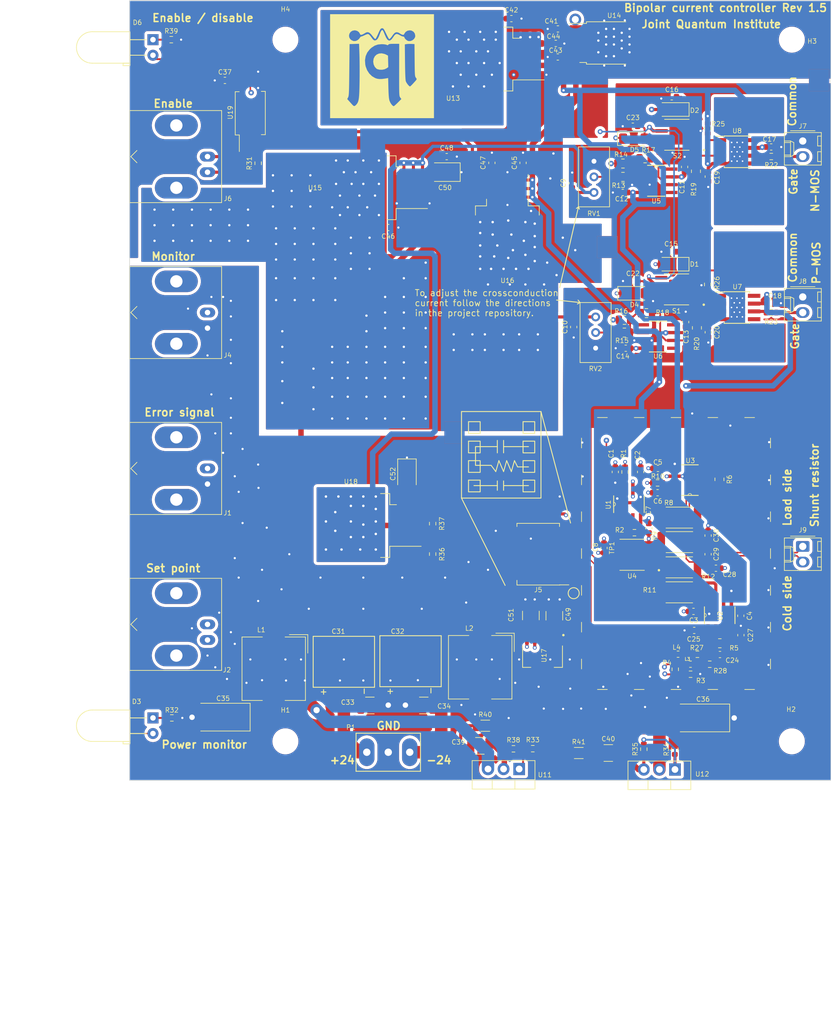
<source format=kicad_pcb>
(kicad_pcb (version 20221018) (generator pcbnew)
  (layers (0 "F.Cu" signal) (1 "In1.Cu" signal) (2 "In2.Cu" signal) (31 "B.Cu" signal) (34 "B.Paste" user) (35 "F.Paste" user) (36 "B.SilkS" user "B.Silkscreen") (37 "F.SilkS" user "F.Silkscreen") (38 "B.Mask" user) (39 "F.Mask" user) (44 "Edge.Cuts" user))
  (net 0 "")
  (net 1 "+15V")
  (net 2 "GND")
  (net 3 "-15V")
  (net 4 "-2V5")
  (net 5 "+2V5")
  (net 6 "-5V")
  (net 7 "+5V")
  (net 8 "V+")
  (net 9 "V-")
  (net 10 "Net-(D1-K)")
  (net 11 "Net-(D2-K)")
  (net 12 "Net-(D4-A)")
  (net 13 "Net-(D5-A)")
  (net 14 "Net-(J7-Pin_2)")
  (net 15 "+24V")
  (net 16 "-24V")
  (net 17 "Net-(U12-VI)")
  (net 18 "Net-(J1-In)")
  (net 19 "Net-(J2-In)")
  (net 20 "Net-(J2-Ext)")
  (net 21 "Net-(J4-In)")
  (net 22 "U1-")
  (net 23 "Net-(J5-Pin_3)")
  (net 26 "Net-(J5-Pin_6)")
  (net 27 "Digital_control")
  (net 28 "Net-(J8-Pin_2)")
  (net 29 "Net-(R1-Pad2)")
  (net 30 "Net-(R2-Pad1)")
  (net 31 "Net-(R2-Pad2)")
  (net 32 "Net-(R5-Pad1)")
  (net 33 "Net-(R5-Pad2)")
  (net 34 "Net-(R6-Pad1)")
  (net 35 "Net-(R6-Pad2)")
  (net 36 "Power_gnd_ref")
  (net 37 "U1+")
  (net 38 "Net-(R10-Pad2)")
  (net 39 "Net-(R11-Pad2)")
  (net 40 "Net-(U5--)")
  (net 41 "Net-(R13-Pad2)")
  (net 42 "Net-(U6--)")
  (net 43 "Net-(R15-Pad2)")
  (net 44 "Net-(R17-Pad1)")
  (net 45 "Net-(R18-Pad1)")
  (net 46 "Net-(S2-COM1)")
  (net 47 "Net-(S1-COM1)")
  (net 48 "Net-(U7-OUT)")
  (net 49 "Net-(U8-OUT)")
  (net 50 "Net-(U12-ADJ)")
  (net 51 "Net-(U18-ADJ)")
  (net 65 "Net-(U11-VI)")
  (net 66 "Net-(U11-ADJ)")
  (net 67 "Net-(U7-BW)")
  (net 68 "Net-(U8-BW)")
  (net 69 "Net-(U2--)")
  (net 70 "Net-(U2-+)")
  (net 71 "Hot_side")
  (net 72 "Net-(L3-Pad2)")
  (net 73 "Net-(L4-Pad2)")
  (net 74 "Net-(D3-K)")
  (net 75 "Net-(D6-K)")
  (net 76 "Net-(J6-In)")
  (net 77 "Net-(J6-Ext)")
  (net 78 "Net-(U19-C)")
  (net 80 "Net-(C39-Pad2)")
  (net 81 "Net-(C40-Pad1)")
  (footprint "Resistor_SMD:R_0805_2012Metric" (layer "F.Cu") (at 143.922977 54.101451 180)
    (fp_text reference "R13")
    (fp_text value "18.2k")
  )
  (footprint "MountingHole:MountingHole_4mm" (layer "F.Cu") (at 88.9 146.05)
    (fp_text reference "H1")
    (fp_text value "MountingHole")
  )
  (footprint "Capacitor_SMD:C_1210_3225Metric" (layer "F.Cu") (at 128.908093 125.554306 90)
    (fp_text reference "C51")
    (fp_text value "10uF")
  )
  (footprint "Resistor_SMD:R_0603_1608Metric" (layer "F.Cu") (at 126.069988 147.272713)
    (fp_text reference "R38")
    (fp_text value "120")
  )
  (footprint "Resistor_SMD:R_0603_1608Metric" (layer "F.Cu") (at 112.903 115.544 90)
    (fp_text reference "R36")
    (fp_text value "120")
  )
  (footprint "Resistor_SMD:R_0603_1608Metric" (layer "F.Cu") (at 70.385618 142.23996)
    (fp_text reference "R32")
    (fp_text value "1k")
  )
  (footprint "Resistor_SMD:R_2512_6332Metric" (layer "F.Cu") (at 153.126762 113.603705)
    (fp_text reference "R9")
    (fp_text value "500")
  )
  (footprint "Resistor_SMD:R_0805_2012Metric" (layer "F.Cu") (at 147.527977 51.077426 180)
    (fp_text reference "R17")
    (fp_text value "18.2k")
  )
  (footprint "Capacitor_SMD:C_0603_1608Metric" (layer "F.Cu") (at 135.89405 78.561617 90)
    (fp_text reference "C10")
    (fp_text value "0.1uF")
  )
  (footprint "zKiCadFootprints:TI_SO-PowerPAD-8_ThermalVias" (layer "F.Cu") (at 162.525824 50.015039)
    (fp_text reference "U8")
    (fp_text value "BUF634A")
  )
  (footprint "Resistor_SMD:R_0603_1608Metric" (layer "F.Cu") (at 147.319856 147.331237 -90)
    (fp_text reference "R35")
    (fp_text value "120")
  )
  (footprint "Inductor_SMD:L_0603_1608Metric" (layer "F.Cu") (at 152.904069 131.854347)
    (fp_text reference "L4")
    (fp_text value "1k")
  )
  (footprint "RF_Shielding:Laird_Technologies_BMI-S-210-F_44.00x30.50mm" (layer "F.Cu") (at 152.569433 115.456288 90)
    (fp_text reference "TP1")
    (fp_text value "TestPoint_Small")
  )
  (footprint "zKiCadFootprints:SSO-8_7.62x10.1mm_P2.54mm_Clearance8mm" (layer "F.Cu") (at 130.109599 115.563256 180)
    (fp_text reference "J5")
    (fp_text value "Conn_02x04_Counter_Clockwise" hide)
  )
  (footprint "Capacitor_SMD:C_0603_1608Metric" (layer "F.Cu") (at 157.795599 112.528256 90)
    (fp_text reference "C30")
    (fp_text value "1n")
  )
  (footprint "Resistor_SMD:R_0805_2012Metric" (layer "F.Cu") (at 155.820967 53.187321 -90)
    (fp_text reference "R19")
    (fp_text value "2.2k")
  )
  (footprint "Inductor_SMD:L_TDK_SLF10145" (layer "F.Cu") (at 120.65 133.985 -90)
    (fp_text reference "L2")
    (fp_text value "100uH")
  )
  (footprint "Resistor_SMD:R_0603_1608Metric" (layer "F.Cu") (at 152.374307 147.352951 -90)
    (fp_text reference "R34")
    (fp_text value "1.8k")
  )
  (footprint "Resistor_SMD:R_0603_1608Metric" (layer "F.Cu") (at 144.261759 102.174121 -90)
    (fp_text reference "R1")
    (fp_text value "50")
  )
  (footprint "Resistor_SMD:R_1206_3216Metric" (layer "F.Cu") (at 136.7175 147.955)
    (fp_text reference "R41")
    (fp_text value "30m")
  )
  (footprint "Package_TO_SOT_SMD:TO-252-2" (layer "F.Cu") (at 141.282922 32.283935)
    (fp_text reference "U14")
    (fp_text value "uA7815")
  )
  (footprint "Resistor_SMD:R_0805_2012Metric" (layer "F.Cu") (at 143.920276 51.925154 180)
    (fp_text reference "R14")
    (fp_text value "2.2k")
  )
  (footprint "Capacitor_SMD:C_0603_1608Metric" (layer "F.Cu") (at 146.801211 102.169072 -90)
    (fp_text reference "C2")
    (fp_text value "0.1uF")
  )
  (footprint "zKiCadFootprints:AD8421ARZ-R7" (layer "F.Cu") (at 144.896759 107.422921 90)
    (fp_text reference "U1")
    (fp_text value "AD8421")
  )
  (footprint "Capacitor_SMD:C_0603_1608Metric" (layer "F.Cu") (at 142.669092 102.168524 90)
    (fp_text reference "C1")
    (fp_text value "0.1uF")
  )
  (footprint "zmyfootprint:CAP_polar_220uF" (layer "F.Cu") (at 98.425 133.096 -90)
    (fp_text reference "C31")
    (fp_text value "220uF")
  )
  (footprint "Capacitor_SMD:C_0603_1608Metric" (layer "F.Cu") (at 163.144222 128.757056 90)
    (fp_text reference "C27")
    (fp_text value "1n")
  )
  (footprint "Package_TO_SOT_THT:TO-220-3_Vertical" (layer "F.Cu") (at 152.4 150.640058 180)
    (fp_text reference "U12")
    (fp_text value "LM337_TO220")
  )
  (footprint "Capacitor_SMD:C_0603_1608Metric" (layer "F.Cu") (at 159.078599 117.849256 180)
    (fp_text reference "C28")
    (fp_text value "1n")
  )
  (footprint "Resistor_SMD:R_0603_1608Metric" (layer "F.Cu") (at 152.4466 134.316226 90)
    (fp_text reference "R4")
    (fp_text value "1M")
  )
  (footprint "Capacitor_SMD:C_0603_1608Metric" (layer "F.Cu") (at 125.73 28.322 180)
    (fp_text reference "C42")
    (fp_text value "0.33uF")
  )
  (footprint "LOGO" (layer "F.Cu") (at 104.648 36.068)
    (fp_text reference "G***" hide)
    (fp_text value "LOGO" hide)
  )
  (footprint "Connector_Molex:Molex_KK-254_AE-6410-02A_1x02_P2.54mm_Vertical" (layer "F.Cu") (at 173.228 48.26 -90)
    (fp_text reference "J7")
    (fp_text value "N-MOS")
  )
  (footprint "MountingHole:MountingHole_4mm" (layer "F.Cu") (at 88.9 31.75)
    (fp_text reference "H4")
    (fp_text value "MountingHole")
  )
  (footprint "Capacitor_SMD:C_0603_1608Metric" (layer "F.Cu") (at 155.535449 127.979468)
    (fp_text reference "C25")
    (fp_text value "1n")
  )
  (footprint "Resistor_SMD:R_2512_6332Metric" (layer "F.Cu") (at 153.11483 109.603374)
    (fp_text reference "R8")
    (fp_text value "25k")
  )
  (footprint "Capacitor_SMD:C_0603_1608Metric" (layer "F.Cu") (at 115.189 50.8 180)
    (fp_text reference "C48")
    (fp_text value "0.1uF")
  )
  (footprint "Capacitor_SMD:C_0603_1608Metric" (layer "F.Cu") (at 155.42005 124.884019)
    (fp_text reference "C3")
    (fp_text value "0.1uF")
  )
  (footprint "Resistor_SMD:R_0603_1608Metric" (layer "F.Cu") (at 149.565732 103.957748)
    (fp_text reference "R10")
    (fp_text value "50")
  )
  (footprint "Capacitor_SMD:C_0603_1608Metric" (layer "F.Cu") (at 145.529 45.847)
    (fp_text reference "C23")
    (fp_text value "0.1uF")
  )
  (footprint "Resistor_SMD:R_0603_1608Metric" (layer "F.Cu") (at 157.734 71.628 90)
    (fp_text reference "R26")
    (fp_text value "DNP")
  )
  (footprint "Capacitor_SMD:C_1210_3225Metric" (layer "F.Cu") (at 141.531 147.955)
    (fp_text reference "C40")
    (fp_text value "10uF")
  )
  (footprint "Capacitor_SMD:C_0603_1608Metric" (layer "F.Cu") (at 133.304922 34.569935 180)
    (fp_text reference "C43")
    (fp_text value "0.1uF")
  )
  (footprint "Capacitor_SMD:C_0603_1608Metric" (layer "F.Cu") (at 163.129762 125.599783 -90)
    (fp_text reference "C4")
    (fp_text value "0.1uF")
  )
  (footprint "zmyfootprint:Conn_01X03-3.5mm" (layer "F.Cu") (at 105.664 147.828)
    (fp_text reference "P1")
    (fp_text value "CONN_01X03")
  )
  (footprint "Resistor_SMD:R_0805_2012Metric" (layer "F.Cu") (at 159.648881 103.371423 90)
    (fp_text reference "R6")
    (fp_text value "1k")
  )
  (footprint "Resistor_SMD:R_0805_2012Metric" (layer "F.Cu") (at 155.977129 78.697056 -90)
    (fp_text reference "R20")
    (fp_text value "2.2k")
  )
  (footprint "Diode_SMD:D_MiniMELF" (layer "F.Cu") (at 145.729447 73.068233)
    (fp_text reference "D4")
    (fp_text value "D")
  )
  (footprint "Capacitor_SMD:C_1210_3225Metric" (layer "F.Cu") (at 111.457 140.208)
    (fp_text reference "C34")
    (fp_text value "10uF")
  )
  (footprint "LED_THT:LED_D5.0mm_Horizontal_O3.81mm_Z3.0mm" (layer "F.Cu") (at 67.31 31.75 -90)
    (fp_text reference "D6")
    (fp_text value "LED")
  )
  (footprint "Resistor_SMD:R_0805_2012Metric" (layer "F.Cu") (at 144.152811 79.467582 180)
    (fp_text reference "R15")
    (fp_text value "18.2k")
  )
  (footprint "Capacitor_SMD:C_0603_1608Metric" (layer "F.Cu") (at 153.967952 52.484949 -90)
    (fp_text reference "C11")
    (fp_text value "0.1uF")
  )
  (footprint "Capacitor_SMD:C_0603_1608Metric" (layer "F.Cu") (at 151.869835 41.061292)
    (fp_text reference "C16")
    (fp_text value "0.1uF")
  )
  (footprint "Capacitor_Tantalum_SMD:CP_EIA-3528-21_Kemet-B" (layer "F.Cu") (at 108.712 102.5135 -90)
    (fp_text reference "C52")
    (fp_text value "1uF")
  )
  (footprint "zKiCadFootprints:AD8421ARZ-R7" (layer "F.Cu") (at 154.823799 103.498256 180)
    (fp_text reference "U3")
    (fp_text value "AD8421")
  )
  (footprint "Resistor_SMD:R_0603_1608Metric" (layer "F.Cu") (at 112.903 110.591 90)
    (fp_text reference "R37")
    (fp_text value "120")
  )
  (footprint "Resistor_SMD:R_0603_1608Metric" (layer "F.Cu") (at 70.295 31.75 180)
    (fp_text reference "R39")
    (fp_text value "1k")
  )
  (footprint "Capacitor_SMD:C_0603_1608Metric" (layer "F.Cu") (at 127.634 51.82 90)
    (fp_text reference "C45")
    (fp_text value "0.33uF")
  )
  (footprint "zKiCadFootprints:MAX4656ESA+" (layer "F.Cu") (at 152.707 47.244 180)
    (fp_text reference "S2")
    (fp_text value "MAX4656")
  )
  (footprint "Package_TO_SOT_SMD:TO-263-2" (layer "F.Cu") (at 121.137 34.907 180)
    (fp_text reference "U13")
    (fp_text value "LM7915")
  )
  (footprint "zKiCadFootprints:LT1363CS8#TRPBF" (layer "F.Cu") (at 149.639931 80.110476)
    (fp_text reference "U6")
    (fp_text value "LT1363")
  )
  (footprint "Capacitor_SMD:C_0603_1608Metric" (layer "F.Cu") (at 149.569402 105.551513)
    (fp_text reference "C6")
    (fp_text value "0.1uF")
  )
  (footprint "Capacitor_SMD:C_0603_1608Metric" (layer "F.Cu") (at 144.377184 82.011665)
    (fp_text reference "C14")
    (fp_text value "0.1uF")
  )
  (footprint "Capacitor_SMD:C_0603_1608Metric" (layer "F.Cu") (at 79.038108 38.386246 180)
    (fp_text reference "C37")
    (fp_text value "0.1uF")
  )
  (footprint "Capacitor_SMD:C_0603_1608Metric" (layer "F.Cu") (at 135.636 55.118 90)
    (fp_text reference "C9")
    (fp_text value "0.1uF")
  )
  (footprint "Resistor_SMD:R_0603_1608Metric" (layer "F.Cu") (at 158.070902 133.493984)
    (fp_text reference "R28")
    (fp_text value "33")
  )
  (footprint "Potentiometer_THT:Potentiometer_Bourns_3296W_Vertical" (layer "F.Cu") (at 139.197249 51.558848 90)
    (fp_text reference "RV1")
    (fp_text value "1k")
  )
  (footprint "Connector_Molex:Molex_KK-254_AE-6410-02A_1x02_P2.54mm_Vertical" (layer "F.Cu") (at 173.228 73.66 -90)
    (fp_text reference "J8")
    (fp_text value "P-MOS")
  )
  (footprint "MountingHole:MountingHole_4mm" (layer "F.Cu") (at 171.45 31.75)
    (fp_text reference "H3")
    (fp_text value "MountingHole")
  )
  (footprint "Resistor_SMD:R_0603_1608Metric" (layer "F.Cu") (at 157.747048 46.210511 90)
    (fp_text reference "R25")
    (fp_text value "DNP")
  )
  (footprint "zKiCadFootprints:MAX4656ESA+" (layer "F.Cu") (at 152.647372 72.43019 180)
    (fp_text reference "S1")
    (fp_text value "MAX4656")
  )
  (footprint "zKiCadFootprints:BNC_Amphenol_B6252HB-NPP3G-50_Horizontal_mount_float" (layer "F.Cu") (at 76.2 101.6 90)
    (fp_text reference "J1")
    (fp_text value "Error signal")
  )
  (footprint "zmyfootprint:CAP_polar_220uF" (layer "F.Cu") (at 109.295 132.999016 -90)
    (fp_text reference "C32")
    (fp_text value "220uF")
  )
  (footprint "Capacitor_SMD:C_0603_1608Metric" (layer "F.Cu") (at 157.824633 79.413388 -90)
    (fp_text reference "C20")
    (fp_text value "0.1uF")
  )
  (footprint "Capacitor_SMD:C_0603_1608Metric" (layer "F.Cu") (at 157.795599 115.576256 90)
    (fp_text reference "C29")
    (fp_text value "10n")
  )
  (footprint "zKiCadFootprints:OPA388IDR" (layer "F.Cu") (at 145.40855 115.661361 180)
    (fp_text reference "U4")
    (fp_text value "OPA388")
  )
  (footprint "Capacitor_SMD:C_1210_3225Metric" (layer "F.Cu") (at 102.665 140.208)
    (fp_text reference "C33")
    (fp_text value "10uF")
  )
  (footprint "Capacitor_SMD:C_0603_1608Metric" (layer "F.Cu") (at 148.143599 111.334568 90)
    (fp_text reference "C7")
    (fp_text value "0.1uF")
  )
  (footprint "zKiCadFootprints:BNC_Amphenol_B6252HB-NPP3G-50_Horizontal_mount_float" (layer "F.Cu") (at 76.2 127 90)
    (fp_text reference "J2")
    (fp_text value "Set point")
  )
  (footprint "Resistor_SMD:R_0805_2012Metric" (layer "F.Cu") (at 147.747781 76.300476 180)
    (fp_text reference "R18")
    (fp_text value "18.2k")
  )
  (footprint "Resistor_SMD:R_0603_1608Metric" (layer "F.Cu") (at 168.085 76.2 180)
    (fp_text reference "R23")
    (fp_text value "1")
  )
  (footprint "Capacitor_SMD:C_1210_3225Metric" (layer "F.Cu") (at 132.73289 125.593699 90)
    (fp_text reference "C49")
    (fp_text value "10uF")
  )
  (footprint "Diode_SMD:D_MiniMELF" (layer "F.Cu") (at 145.697 47.879)
    (fp_text reference "D5")
    (fp_text value "D")
  )
  (footprint "Capacitor_SMD:C_0603_1608Metric" (layer "F.Cu") (at 168.085328 49.229217 180)
    (fp_text reference "C17")
    (fp_text value "0.1uF")
  )
  (footprint "Capacitor_SMD:C_0603_1608Metric" (layer "F.Cu") (at 143.891 56.642)
    (fp_text reference "C12")
    (fp_text value "0.1uF")
  )
  (footprint "zKiCadFootprints:TI_SO-PowerPAD-8_ThermalVias" (layer "F.Cu") (at 162.507527 75.382822)
    (fp_text reference "U7")
    (fp_text value "BUF634A")
  )
  (footprint "Package_TO_SOT_THT:TO-220-3_Vertical" (layer "F.Cu") (at 127 150.561586 180)
    (fp_text reference "U11")
    (fp_text value "LM338")
  )
  (footprint "Resistor_SMD:R_0603_1608Metric" (layer "F.Cu") (at 145.794599 112.062434 180)
    (fp_text reference "R2")
    (fp_text value "200")
  )
  (footprint "Inductor_SMD:L_0603_1608Metric" (layer "F.Cu") (at 154.930204 133.486256)
    (fp_text reference "L3")
    (fp_text value "1k")
  )
  (footprint "Capacitor_SMD:C_0603_1608Metric" (layer "F.Cu") (at 132.969 32.356627 180)
    (fp_text reference "C44")
    (fp_text value "0.1uF")
  )
  (footprint "Resistor_SMD:R_0603_1608Metric" (layer "F.Cu") (at 129.221562 147.246355)
    (fp_text reference "R33")
    (fp_text value "1.8k")
  )
  (footprint "Diode_SMD:D_MiniMELF" (layer "F.Cu") (at 152.024566 68.324454 180)
    (fp_text reference "D1")
    (fp_text value "D")
  )
  (footprint "Diode_SMD:D_MiniMELF" (layer "F.Cu") (at 152.042449 43.125585 180)
    (fp_text reference "D2")
    (fp_text value "D")
  )
  (footprint "Capacitor_SMD:C_0603_1608Metric" (layer "F.Cu") (at 145.586062 71.085773 180)
    (fp_text reference "C22")
    (fp_text value "0.1uF")
  )
  (footprint "Capacitor_SMD:C_0603_1608Metric" (layer "F.Cu") (at 151.783566 66.292454 180)
    (fp_text reference "C15")
    (fp_text value "0.1uF")
  )
  (footprint "MountingHole:MountingHole_4mm" (layer "F.Cu") (at 171.45 146.05)
    (fp_text reference "H2")
    (fp_text value "MountingHole")
  )
  (footprint "Resistor_SMD:R_0805_2012Metric" (layer "F.Cu") (at 159.713067 130.076091)
    (fp_text reference "R5")
    (fp_text value "DNP")
  )
  (footprint "Capacitor_SMD:C_0603_1608Metric" (layer "F.Cu") (at 149.624999 101.593256)
    (fp_text reference "C5")
    (fp_text value "0.1uF")
  )
  (footprint "Resistor_SMD:R_2512_6332Metric" (layer "F.Cu") (at 153.104303 121.777544)
    (fp_text reference "R11")
    (fp_text value "25k")
  )
  (footprint "Potentiometer_THT:Potentiometer_Bourns_3296W_Vertical" (layer "F.Cu") (at 139.467129 81.999056 -90)
    (fp_text reference "RV2")
    (fp_text value "1k")
  )
  (footprint "Resistor_SMD:R_0603_1608Metric" (layer "F.Cu") (at 154.945871 135.118164)
    (fp_text reference "R3")
    (fp_text value "50")
  )
  (footprint "Resistor_SMD:R_0603_1608Metric" (layer "F.Cu") (at 84.455 51.88 90)
    (fp_text reference "R31")
    (fp_text value "1k")
  )
  (footprint "Capacitor_SMD:C_0603_1608Metric" (layer "F.Cu") (at 140.834358 114.560258 -90)
    (fp_text reference "C8")
    (fp_text value "0.1uF")
  )
  (footprint "Capacitor_SMD:C_0603_1608Metric" (layer "F.Cu") (at 159.733633 131.909895)
    (fp_text reference "C24")
    (fp_text value "10n")
  )
  (footprint "Resistor_SMD:R_1206_3216Metric" (layer "F.Cu") (at 121.4775 143.51)
    (fp_text reference "R40")
    (fp_text value "30m")
  )
  (footprint "Package_SO:SSO-6_6.8x4.6mm_P1.27mm_Clearance8mm" (layer "F.Cu") (at 83.185 43.725 90)
    (fp_text reference "U19")
    (fp_text value "FOD8482TR2")
  )
  (footprint "Inductor_SMD:L_TDK_SLF10145" (layer "F.Cu") (at 86.995 134.225 -90)
    (fp_text reference "L1")
    (fp_text value "100uH")
  )
  (footprint "Resistor_SMD:R_2512_6332Metric" (layer "F.Cu") (at 153.104303 117.713544)
    (fp_text reference "R12")
    (fp_text value "500")
  )
  (footprint "Resistor_SMD:R_0603_1608Metric" (layer "F.Cu") (at 156.055659 131.873105)
    (fp_text reference "R27")
    (fp_text value "33")
  )
  (footprint "Capacitor_SMD:C_0603_1608Metric" (layer "F.Cu") (at 168.084705 74.659132 180)
    (fp_text reference "C18")
    (fp_text value "0.1uF")
  )
  (footprint "Resistor_SMD:R_0603_1608Metric" (layer "F.Cu") (at 168.098048 50.782511 180)
    (fp_text reference "R22")
    (fp_text value "1")
  )
  (footprint "Resistor_SMD:R_0805_2012Metric" (layer "F.Cu") (at 144.165479 77.390002 180)
    (fp_text reference "R16")
    (fp_text value "2.2k")
  )
  (footprint "zKiCadFootprints:LT1363CS8#TRPBF" (layer "F.Cu") (at 149.346719 54.737)
    (fp_text reference "U5")
    (fp_text value "LT1363")
  )
  (footprint "Capacitor_SMD:C_0603_1608Metric" (layer "F.Cu") (at 105.658 62.357 180)
    (fp_text reference "C46")
    (fp_text value "0.33uF")
  )
  (footprint "Capacitor_SMD:C_0603_1608Metric" (layer "F.Cu") (at 122.554 51.82 90)
    (fp_text reference "C47")
    (fp_text value "0.1uF")
  )
  (footprint "Capacitor_Tantalum_SMD:CP_EIA-7343-43_Kemet-X" (layer "F.Cu") (at 78.74 142.113 180)
    (fp_text reference "C35")
    (fp_text value "47uF")
  )
  (footprint "zKiCadFootprints:BNC_Amphenol_B6252HB-NPP3G-50_Horizontal_mount_float" (layer "F.Cu") (at 76.2 50.8 90)
    (fp_text reference "J6")
    (fp_text value "Enable")
  )
  (footprint "Capacitor_SMD:C_0603_1608Metric" (layer "F.Cu") (at 154.137814 77.751111 -90)
    (fp_text reference "C13")
    (fp_text value "0.1uF")
  )
  (footprint "Package_TO_SOT_SMD:TO-263-3_TabPin2" (layer "F.Cu") (at 101.08 110.89 180)
    (fp_text reference "U18")
    (fp_text value "LM337_TO220")
  )
  (footprint "Package_TO_SOT_SMD:TO-263-3_TabPin2" (layer "F.Cu") (at 125.075 63.656 -90)
    (fp_text reference "U16")
    (fp_text value "LM7805")
  )
  (footprint "Capacitor_Tantalum_SMD:CP_EIA-7343-43_Kemet-X" (layer "F.Cu") (at 156.9075 142.24 180)
    (fp_text reference "C36")
    (fp_text value "47uF")
  )
  (footprint "Connector_Molex:Molex_KK-254_AE-6410-02A_1x02_P2.54mm_Vertical" (layer "F.Cu") (at 173.228 114.3 -90)
    (fp_text reference "J9")
    (fp_text value "Shunt resistor")
  )
  (footprint "zKiCadFootprints:TL1963ADCQR" (layer "F.Cu") (at 130.81 132.25 -90)
    (fp_text reference "U17")
    (fp_text value "TL1963A")
  )
  (footprint "zKiCadFootprints:AD8421ARZ-R7" (layer "F.Cu") (at 159.691303 125.511344 90)
    (fp_text reference "U2")
    (fp_text value "AD8421")
  )
  (footprint "Package_TO_SOT_SMD:TO-263-2" (layer "F.Cu") (at 102.115 55.869 180)
    (fp_text reference "U15")
    (fp_text value "LM7905")
  )
  (footprint "Capacitor_Tantalum_SMD:CP_EIA-3528-21_Kemet-B" (layer "F.Cu") (at 114.935 53.329 180)
    (fp_text reference "C50")
    (fp_text value "1uF")
  )
  (footprint "Capacitor_SMD:C_0603_1608Metric" (layer "F.Cu") (at 133.317922 29.997935 180)
    (fp_text reference "C41")
    (fp_text value "0.33uF")
  )
  (footprint "Capacitor_SMD:C_0603_1608Metric" (layer "F.Cu") (at 157.822898 54.057276 -90)
    (fp_text reference "C19")
    (fp_text value "0.1uF")
  )
  (footprint "LED_THT:LED_D5.0mm_Horizontal_O3.81mm_Z3.0mm" (layer "F.Cu") (at 67.31 142.24 -90)
    (fp_text reference "D3")
    (fp_text value "LED")
  )
  (footprint "zKiCadFootprints:BNC_Amphenol_B6252HB-NPP3G-50_Horizontal_mount_float" (layer "F.Cu") (at 76.2 76.2 90)
    (fp_text reference "J4")
    (fp_text value "Monitor")
  )
  (footprint "Capacitor_SMD:C_1210_3225Metric" (layer "F.Cu") (at 120.596486 146.788354 180)
    (fp_text reference "C39")
    (fp_text value "10uF")
  )
  (gr_line (start 119.634 104.394) (end 123.19 104.394) (stroke (width 0.15)) (layer "F.SilkS"))
  (gr_line (start 136.927129 74.574056) (end 136.599523 74.170908) (stroke (width 0.15)) (layer "F.SilkS"))
  (gr_line (start 123.19 102.108) (end 122.428 101.092) (stroke (width 0.15)) (layer "F.SilkS"))
  (gr_line (start 136.667249 58.983848) (end 136.334897 59.237484) (stroke (width 0.15)) (layer "F.SilkS"))
  (gr_line (start 124.46 102.108) (end 123.698 100.33) (stroke (width 0.15)) (layer "F.SilkS"))
  (gr_rect (start 117.602 92.329) (end 130.556 106.426) (stroke (width 0.15)) (fill none) (layer "F.SilkS"))
  (gr_circle (center 135.89 121.92) (end 135.255 121.285) (stroke (width 0.15)) (fill none) (layer "F.SilkS"))
  (gr_rect (start 127.635 97.155) (end 129.54 99.06) (stroke (width 0.15)) (fill none) (layer "F.SilkS"))
  (gr_line (start 124.46 97.028) (end 124.46 99.06) (stroke (width 0.15)) (layer "F.SilkS"))
  (gr_rect (start 127.635 100.33) (end 129.54 102.235) (stroke (width 0.15)) (fill none) (layer "F.SilkS"))
  (gr_line (start 136.667249 58.983848) (end 136.833424 59.359929) (stroke (width 0.15)) (layer "F.SilkS"))
  (gr_line (start 123.19 104.394) (end 123.444 104.394) (stroke (width 0.15)) (layer "F.SilkS"))
  (gr_line (start 125.73 102.108) (end 124.968 100.33) (stroke (width 0.15)) (layer "F.SilkS"))
  (gr_line (start 136.927129 74.574056) (end 136.503316 74.809372) (stroke (width 0.15)) (layer "F.SilkS"))
  (gr_line (start 124.46 98.044) (end 128.524 98.044) (stroke (width 0.15)) (layer "F.SilkS"))
  (gr_line (start 124.46 103.632) (end 124.46 105.156) (stroke (width 0.15)) (layer "F.SilkS"))
  (gr_rect (start 118.745 100.33) (end 120.65 102.235) (stroke (width 0.15)) (fill none) (layer "F.SilkS"))
  (gr_line (start 124.46 104.394) (end 128.524 104.394) (stroke (width 0.15)) (layer "F.SilkS"))
  (gr_line (start 128.524 101.346) (end 126.746 101.346) (stroke (width 0.15)) (layer "F.SilkS"))
  (gr_line (start 123.698 100.33) (end 123.19 102.108) (stroke (width 0.15)) (layer "F.SilkS"))
  (gr_line (start 117.602 106.426) (end 124.714 120.65) (stroke (width 0.15)) (layer "F.SilkS"))
  (gr_line (start 123.444 104.394) (end 123.444 103.632) (stroke (width 0.15)) (layer "F.SilkS"))
  (gr_rect (start 118.745 103.505) (end 120.65 105.41) (stroke (width 0.15)) (fill none) (layer "F.SilkS"))
  (gr_line (start 123.444 99.06) (end 123.444 97.028) (stroke (width 0.15)) (layer "F.SilkS"))
  (gr_rect (start 118.745 93.98) (end 120.65 95.885) (stroke (width 0.15)) (fill none) (layer "F.SilkS"))
  (gr_line (start 126.746 101.346) (end 126.238 100.33) (stroke (width 0.15)) (layer "F.SilkS"))
  (gr_line (start 119.888 98.044) (end 123.19 98.044) (stroke (width 0.15)) (layer "F.SilkS"))
  (gr_line (start 133.604 72.136) (end 136.667249 58.983848) (stroke (width 0.15)) (layer "F.SilkS"))
  (gr_rect (start 118.745 97.155) (end 120.65 99.06) (stroke (width 0.15)) (fill none) (layer "F.SilkS"))
  (gr_rect (start 127.635 103.505) (end 129.54 105.41) (stroke (width 0.15)) (fill none) (layer "F.SilkS"))
  (gr_line (start 123.19 98.044) (end 123.444 98.044) (stroke (width 0.15)) (layer "F.SilkS"))
  (gr_line (start 133.096 74.168) (end 136.927129 74.574056) (stroke (width 0.15)) (layer "F.SilkS"))
  (gr_line (start 119.888 101.092) (end 119.888 98.044) (stroke (width 0.15)) (layer "F.SilkS"))
  (gr_rect (start 127.635 93.98) (end 129.54 95.885) (stroke (width 0.15)) (fill none) (layer "F.SilkS"))
  (gr_line (start 130.556 92.329) (end 135.382 110.49) (stroke (width 0.15)) (layer "F.SilkS"))
  (gr_line (start 126.238 100.33) (end 125.73 102.108) (stroke (width 0.15)) (layer "F.SilkS"))
  (gr_line (start 124.968 100.33) (end 124.46 102.108) (stroke (width 0.15)) (layer "F.SilkS"))
  (gr_line (start 123.444 104.394) (end 123.444 105.156) (stroke (width 0.15)) (layer "F.SilkS"))
  (gr_line (start 122.428 101.092) (end 119.888 101.092) (stroke (width 0.15)) (layer "F.SilkS"))
  (gr_line (start 63.5 25.4) (end 63.5 152.4) (stroke (width 0.1)) (layer "Edge.Cuts"))
  (gr_line (start 63.5 25.4) (end 177.8 25.4) (stroke (width 0.1)) (layer "Edge.Cuts"))
  (gr_line (start 63.5 152.4) (end 177.8 152.4) (stroke (width 0.1)) (layer "Edge.Cuts"))
  (gr_line (start 177.8 152.4) (end 177.8 25.4) (stroke (width 0.1)) (layer "Edge.Cuts"))
  (gr_text "Bipolar current controller Rev 1.5" (at 143.960076 27.320646) (layer "F.SilkS") (effects (font (size 1.27 1.27) (thickness 0.254) bold) (justify left bottom)))
  (gr_text "Common" (at 171.498629 41.789021 90) (layer "F.SilkS") (effects (font (size 1.27 1.27) (thickness 0.254))))
  (gr_text "Gate" (at 171.704 54.864 90) (layer "F.SilkS") (effects (font (size 1.27 1.27) (thickness 0.254))))
  (gr_text "Load side" (at 171.45 111.125 90) (layer "F.SilkS") (effects (font (size 1.27 1.27) (thickness 0.254) bold) (justify left bottom)))
  (gr_text "Power monitor" (at 68.58 147.32) (layer "F.SilkS") (effects (font (size 1.27 1.27) (thickness 0.254) bold) (justify left bottom)))
  (gr_text "-24" (at 111.76 149.86) (layer "F.SilkS") (effects (font (size 1.27 1.27) (thickness 0.254) bold) (justify left bottom)))
  (gr_text "Common" (at 171.60041 67.234239 90) (layer "F.SilkS") (effects (font (size 1.27 1.27) (thickness 0.254))))
  (gr_text "Gate" (at 171.963517 80.063759 90) (layer "F.SilkS") (effects (font (size 1.27 1.27) (thickness 0.254))))
  (gr_text "+24" (at 96.012 149.86) (layer "F.SilkS") (effects (font (size 1.27 1.27) (thickness 0.254) bold) (justify left bottom)))
  (gr_text "Cold side" (at 171.45 128.27 90) (layer "F.SilkS") (effects (font (size 1.27 1.27) (thickness 0.254) bold) (justify left bottom)))
  (gr_text "GND\n" (at 103.632 144.272) (layer "F.SilkS") (effects (font (size 1.27 1.27) (thickness 0.254) bold) (justify left bottom)))
  (gr_text "Enable / disable" (at 67.056 28.956) (layer "F.SilkS") (effects (font (size 1.27 1.27) (thickness 0.254) bold) (justify left bottom)))
  (gr_text "To adjust the crossconduction\ncurrent follow the directions\nin the project repository.\n" (at 109.908511 76.878163) (layer "F.SilkS") (effects (font (size 1.016 1.016) (thickness 0.127)) (justify left bottom)))
  (gr_text "Joint Quantum Institute" (at 146.812 29.972) (layer "F.SilkS") (effects (font (size 1.27 1.27) (thickness 0.254) bold) (justify left bottom)))
  (segment (start 143.764 107.188) (end 143.078801 106.502801) (width 0.508) (layer "F.Cu") (net 1))
  (segment (start 156.288731 124.902977) (end 157.17637 124.902977) (width 0.508) (layer "F.Cu") (net 1))
  (segment (start 127.634 55.987) (end 127.615 56.006) (width 0.889) (layer "F.Cu") (net 1))
  (segment (start 142.991759 104.959121) (end 142.991759 106.498858) (width 0.508) (layer "F.Cu") (net 1))
  (segment (start 150.902524 79.475476) (end 150.876 79.502) (width 0.508) (layer "F.Cu") (net 1))
  (segment (start 157.17637 124.902977) (end 157.601796 124.902977) (width 0.508) (layer "F.Cu") (net 1))
  (segment (start 143.078801 106.502801) (end 142.995702 106.502801) (width 0.508) (layer "F.Cu") (net 1))
  (segment (start 154.137814 79.161186) (end 153.797 79.502) (width 0.508) (layer "F.Cu") (net 1))
  (segment (start 166.624 74.747822) (end 167.221015 74.747822) (width 0.508) (layer "F.Cu") (net 1))
  (segment (start 129.159 48.768) (end 129.159 54.61) (width 0.889) (layer "F.Cu") (net 1))
  (segment (start 127.634 52.595) (end 127.634 55.987) (width 0.889) (layer "F.Cu") (net 1))
  (segment (start 151.892 106.68) (end 149.352 106.68) (width 0.508) (layer "F.Cu") (net 1))
  (segment (start 142.667004 104.634366) (end 142.991759 104.959121) (width 0.508) (layer "F.Cu") (net 1))
  (segment (start 142.669092 103.920715) (end 142.667004 103.922803) (width 0.508) (layer "F.Cu") (net 1))
  (segment (start 166.624 74.747822) (end 166.624 74.168) (width 0.508) (layer "F.Cu") (net 1))
  (segment (start 157.17637 124.902977) (end 157.786303 124.293044) (width 0.508) (layer "F.Cu") (net 1))
  (segment (start 152.103731 79.475476) (end 150.902524 79.475476) (width 0.508) (layer "F.Cu") (net 1))
  (segment (start 153.797 79.502) (end 153.770476 79.475476) (width 0.508) (layer "F.Cu") (net 1))
  (segment (start 136.242922 34.563935) (end 136.242922 41.684078) (width 0.889) (layer "F.Cu") (net 1))
  (segment (start 167.386 73.406) (end 167.386 73.279) (width 0.508) (layer "F.Cu") (net 1))
  (segment (start 154.137814 78.526111) (end 154.137814 79.161186) (width 0.508) (layer "F.Cu") (net 1))
  (segment (start 152.359999 105.403256) (end 152.359999 106.212001) (width 0.508) (layer "F.Cu") (net 1))
  (segment (start 136.242922 41.684078) (end 129.159 48.768) (width 0.889) (layer "F.Cu") (net 1))
  (segment (start 129.159 57.404) (end 128.143 57.404) (width 0.508) (layer "F.Cu") (net 1))
  (segment (start 149.352 106.68) (end 148.844 107.188) (width 0.508) (layer "F.Cu") (net 1))
  (segment (start 142.667004 103.922803) (end 142.667004 104.634366) (width 0.508) (layer "F.Cu") (net 1))
  (segment (start 165.301527 74.747822) (end 166.624 74.747822) (width 0.508) (layer "F.Cu") (net 1))
  (segment (start 142.991759 106.498858) (end 142.995702 106.502801) (width 0.508) (layer "F.Cu") (net 1))
  (segment (start 166.624 74.168) (end 167.386 73.406) (width 0.508) (layer "F.Cu") (net 1))
  (segment (start 129.159 54.61) (end 128.195553 54.61) (width 0.508) (layer "F.Cu") (net 1))
  (segment (start 152.359999 106.212001) (end 151.892 106.68) (width 0.508) (layer "F.Cu") (net 1))
  (segment (start 134.079922 34.569935) (end 136.236922 34.569935) (width 0.508) (layer "F.Cu") (net 1))
  (segment (start 127.616 56.007) (end 127.615 56.006) (width 0.889) (layer "F.Cu") (net 1))
  (segment (start 136.236922 34.569935) (end 136.242922 34.563935) (width 0.508) (layer "F.Cu") (net 1))
  (segment (start 148.844 107.188) (end 143.764 107.188) (width 0.508) (layer "F.Cu") (net 1))
  (segment (start 157.601796 124.902977) (end 157.982938 125.284119) (width 0.508) (layer "F.Cu") (net 1))
  (segment (start 152.359999 105.403256) (end 150.492659 105.403256) (width 0.3048) (layer "F.Cu") (net 1))
  (segment (start 142.669092 102.943524) (end 142.669092 103.920715) (width 0.508) (layer "F.Cu") (net 1))
  (segment (start 129.159 56.007) (end 127.616 56.007) (width 0.508) (layer "F.Cu") (net 1))
  (segment (start 153.770476 79.475476) (end 152.103731 79.475476) (width 0.508) (layer "F.Cu") (net 1))
  (segment (start 167.221015 74.747822) (end 167.309705 74.659132) (width 0.508) (layer "F.Cu") (net 1))
  (segment (start 157.786303 124.293044) (end 157.786303 123.047544) (width 0.508) (layer "F.Cu") (net 1))
  (segment (start 150.492659 105.403256) (end 150.344402 105.551513) (width 0.3048) (layer "F.Cu") (net 1))
  (via (at 150.876 79.502) (size 0.889) (drill 0.381) (layers "F.Cu" "B.Cu") (net 1))
  (via (at 167.386 73.279) (size 0.889) (drill 0.381) (layers "F.Cu" "B.Cu") (net 1))
  (via (at 154.178 88.138) (size 0.889) (drill 0.381) (layers "F.Cu" "B.Cu") (net 1))
  (via (at 129.159 54.61) (size 0.8) (drill 0.4) (layers "F.Cu" "B.Cu") (net 1))
  (via (at 129.159 57.404) (size 0.8) (drill 0.4) (layers "F.Cu" "B.Cu") (net 1))
  (via (at 157.982938 125.284119) (size 0.8) (drill 0.4) (layers "F.Cu" "B.Cu") (net 1))
  (via (at 142.995702 106.502801) (size 0.8) (drill 0.4) (layers "F.Cu" "B.Cu") (net 1))
  (via (at 142.667004 103.922803) (size 0.889) (drill 0.381) (layers "F.Cu" "B.Cu") (net 1))
  (via (at 149.86 87.503) (size 0.889) (drill 0.381) (layers "F.Cu" "B.Cu") (net 1))
  (via (at 129.159 56.007) (size 0.8) (drill 0.4) (layers "F.Cu" "B.Cu") (net 1))
  (segment (start 149.86 87.503) (end 146.939 90.424) (width 0.889) (layer "B.Cu") (net 1))
  (segment (start 129.159 57.404) (end 131.826 60.071) (width 0.889) (layer "B.Cu") (net 1))
  (segment (start 129.159 54.61) (end 129.159 56.007) (width 0.889) (layer "B.Cu") (net 1))
  (segment (start 171.196 77.216) (end 170.18 76.2) (width 0.889) (layer "B.Cu") (net 1))
  (segment (start 129.159 56.007) (end 129.159 57.404) (width 0.889) (layer "B.Cu") (net 1))
  (segment (start 150.876 79.502) (end 150.241 79.502) (width 0.508) (layer "B.Cu") (net 1))
  (segment (start 149.86 79.883) (end 149.86 87.503) (width 0.889) (layer "B.Cu") (net 1))
  (segment (start 167.64 76.2) (end 167.386 75.946) (width 0.889) (layer "B.Cu") (net 1))
  (segment (start 170.18 76.2) (end 167.64 76.2) (width 0.889) (layer "B.Cu") (net 1))
  (segment (start 167.386 75.946) (end 167.386 73.279) (width 0.889) (layer "B.Cu") (net 1))
  (segment (start 171.196 85.344) (end 171.196 77.216) (width 0.889) (layer "B.Cu") (net 1))
  (segment (start 131.826 65.151) (end 141.986 75.311) (width 0.889) (layer "B.Cu") (net 1))
  (segment (start 154.178 88.138) (end 168.402 88.138) (width 0.889) (layer "B.Cu") (net 1))
  (segment (start 141.986 75.311) (end 143.256 75.311) (width 0.889) (layer "B.Cu") (net 1))
  (segment (start 146.05 78.105) (end 146.05 79.248) (width 0.889) (layer "B.Cu") (net 1))
  (segment (start 143.256 75.311) (end 146.05 78.105) (width 0.889) (layer "B.Cu") (net 1))
  (segment (start 131.826 60.071) (end 131.826 65.151) (width 0.889) (layer "B.Cu") (net 1))
  (segment (start 146.05 79.248) (end 149.225 79.248) (width 0.889) (layer "B.Cu") (net 1))
  (segment (start 149.225 79.248) (end 149.86 79.883) (width 0.889) (layer "B.Cu") (net 1))
  (segment (start 150.241 79.502) (end 149.86 79.883) (width 0.508) (layer "B.Cu") (net 1))
  (segment (start 168.402 88.138) (end 171.196 85.344) (width 0.889) (layer "B.Cu") (net 1))
  (segment (start 146.939 90.424) (end 146.939 92.456) (width 0.889) (layer "B.Cu") (net 1))
  (segment (start 122.554 50.166) (end 122.555 50.165) (width 0.508) (layer "F.Cu") (net 2))
  (segment (start 107.072 58.409) (end 107.061 58.42) (width 0.508) (layer "F.Cu") (net 2))
  (segment (start 127.38 28.322) (end 127.381 28.321) (width 0.508) (layer "F.Cu") (net 2))
  (segment (start 150.193327 66.292454) (end 150.18837 66.297411) (width 0.3048) (layer "F.Cu") (net 2))
  (segment (start 109.765 58.409) (end 107.072 58.409) (width 0.508) (layer "F.Cu") (net 2))
  (segment (start 144.226922 35.966935) (end 144.226922 33.817935) (width 0.508) (layer "F.Cu") (net 2))
  (segment (start 104.193674 140.154326) (end 104.14 140.208) (width 0.889) (layer "F.Cu") (net 2))
  (segment (start 160.522993 117.849256) (end 160.552198 117.820051) (width 0.508) (layer "F.Cu") (net 2))
  (segment (start 109.765 58.409) (end 112.384 58.409) (width 0.508) (layer "F.Cu") (net 2))
  (segment (start 143.882731 45.847) (end 143.881837 45.847894) (width 0.508) (layer "F.Cu") (net 2))
  (segment (start 132.542922 29.997935) (end 131.653922 29.997935) (width 0.508) (layer "F.Cu") (net 2))
  (segment (start 155.770871 135.118164) (end 156.480234 135.118164) (width 0.508) (layer "F.Cu") (net 2))
  (segment (start 116.4725 53.329) (end 117.591 53.329) (width 0.508) (layer "F.Cu") (net 2))
  (segment (start 153.622816 102.880105) (end 152.376848 102.880105) (width 0.508) (layer "F.Cu") (net 2))
  (segment (start 157.824633 80.188388) (end 157.824633 81.075331) (width 0.508) (layer "F.Cu") (net 2))
  (segment (start 75.6275 142.113) (end 73.692195 142.113) (width 0.889) (layer "F.Cu") (net 2))
  (segment (start 109.928326 140.154326) (end 109.982 140.208) (width 0.889) (layer "F.Cu") (net 2))
  (segment (start 148.090435 101.593256) (end 148.065187 101.568008) (width 0.508) (layer "F.Cu") (net 2))
  (segment (start 169.655132 74.659132) (end 169.672 74.676) (width 0.508) (layer "F.Cu") (net 2))
  (segment (start 126.505 28.322) (end 127.38 28.322) (width 0.508) (layer "F.Cu") (net 2))
  (segment (start 144.811062 71.085773) (end 143.945586 71.085773) (width 0.508) (layer "F.Cu") (net 2))
  (segment (start 140.864945 35.966935) (end 140.864945 34.756912) (width 0.508) (layer "F.Cu") (net 2))
  (segment (start 153.967952 51.709949) (end 153.967952 50.835464) (width 0.508) (layer "F.Cu") (net 2))
  (segment (start 125.075 56.006) (end 125.075 58.654) (width 0.508) (layer "F.Cu") (net 2))
  (segment (start 153.960059 127.979467) (end 154.760448 127.979467) (width 0.508) (layer "F.Cu") (net 2))
  (segment (start 73.692195 142.113) (end 73.676179 142.129016) (width 0.889) (layer "F.Cu") (net 2))
  (segment (start 71.210618 142.23996) (end 72.096516 142.23996) (width 0.508) (layer "F.Cu") (net 2))
  (segment (start 141.178922 34.442935) (end 140.864945 34.128958) (width 0.508) (layer "F.Cu") (net 2))
  (segment (start 160.02 142.24) (end 162.052 142.24) (width 0.889) (layer "F.Cu") (net 2))
  (segment (start 151.008566 66.292454) (end 150.193327 66.292454) (width 0.3048) (layer "F.Cu") (net 2))
  (segment (start 142.73716 82.011665) (end 142.736481 82.010986) (width 0.508) (layer "F.Cu") (net 2))
  (segment (start 152.376848 102.880105) (end 152.359999 102.863256) (width 0.508) (layer "F.Cu") (net 2))
  (segment (start 143.945586 71.085773) (end 143.926731 71.066918) (width 0.508) (layer "F.Cu") (net 2))
  (segment (start 144.226922 30.749935) (end 144.217922 30.758935) (width 0.508) (layer "F.Cu") (net 2))
  (segment (start 71.12 31.75) (end 71.895479 31.75) (width 0.3048) (layer "F.Cu") (net 2))
  (segment (start 146.801211 101.394072) (end 146.801211 100.599231) (width 0.508) (layer "F.Cu") (net 2))
  (segment (start 142.669092 100.604393) (end 142.675532 100.597953) (width 0.508) (layer "F.Cu") (net 2))
  (segment (start 78.263108 38.386246) (end 77.383838 38.386246) (width 0.3048) (layer "F.Cu") (net 2))
  (segment (start 140.834358 113.01609) (end 140.828404 113.010136) (width 0.508) (layer "F.Cu") (net 2))
  (segment (start 125.075 56.006) (end 125.075 53.36) (width 0.508) (layer "F.Cu") (net 2))
  (segment (start 145.53877 106.172043) (end 145.53877 104.966132) (width 0.508) (layer "F.Cu") (net 2))
  (segment (start 153.837991 124.884019) (end 153.83001 124.876038) (width 0.508) (layer "F.Cu") (net 2))
  (segment (start 163.144222 126.389243) (end 163.129762 126.374783) (width 0.508) (layer "F.Cu") (net 2))
  (segment (start 155.182 46.609) (end 156.56869 46.609) (width 0.508) (layer "F.Cu") (net 2))
  (segment (start 145.767302 80.745476) (end 145.767247 80.745421) (width 0.508) (layer "F.Cu") (net 2))
  (segment (start 144.226922 28.600935) (end 143.718922 30.632935) (width 0.508) (layer "F.Cu") (net 2))
  (segment (start 157.822898 54.832276) (end 157.822898 55.742693) (width 0.508) (layer "F.Cu") (net 2))
  (segment (start 152.333044 102.890211) (end 152.359999 102.863256) (width 0.508) (layer "F.Cu") (net 2))
  (segment (start 135.639515 53.399489) (end 135.639515 54.339485) (width 0.508) (layer "F.Cu") (net 2))
  (segment (start 154.760448 127.979467) (end 154.760449 127.979468) (width 0.508) (layer "F.Cu") (net 2))
  (segment (start 156.56869 46.609) (end 156.571504 46.611814) (width 0.3048) (layer "F.Cu") (net 2))
  (segment (start 125.075 53.36) (end 125.095 53.34) (width 0.508) (layer "F.Cu") (net 2))
  (segment (start 133.772373 32.385) (end 133.744 32.356627) (width 0.508) (layer "F.Cu") (net 2))
  (segment (start 135.89 80.264) (end 135.89 79.340667) (width 0.508) (layer "F.Cu") (net 2))
  (segment (start 163.140719 127.231458) (end 163.144222 127.227955) (width 0.508) (layer "F.Cu") (net 2))
  (segment (start 131.445 37.465) (end 128.805 37.465) (width 0.508) (layer "F.Cu") (net 2))
  (segment (start 168.860328 49.229217) (end 169.716767 49.229217) (width 0.508) (layer "F.Cu") (net 2))
  (segment (start 148.794402 105.551513) (end 148.038303 105.551513) (width 0.508) (layer "F.Cu") (net 2))
  (segment (start 169.716767 49.229217) (end 169.723832 49.236282) (width 0.508) (layer "F.Cu") (net 2))
  (segment (start 150.446338 41.061292) (end 150.164377 41.343253) (width 0.508) (layer "F.Cu") (net 2))
  (segment (start 135.89 79.340667) (end 135.89405 79.336617) (width 0.508) (layer "F.Cu") (net 2))
  (segment (start 128.805 37.465) (end 128.787 37.447) (width 0.508) (layer "F.Cu") (net 2))
  (segment (start 140.864945 30.755958) (end 141.178922 31.267935) (width 0.508) (layer "F.Cu") (net 2))
  (segment (start 108.458 140.154326) (end 109.928326 140.154326) (width 0.889) (layer "F.Cu") (net 2))
  (segment (start 140.864945 29.683958) (end 141.178922 29.997935) (width 0.508) (layer "F.Cu") (net 2))
  (segment (start 133.604 122.936) (end 133.604 123.571) (width 0.508) (layer "F.Cu") (net 2))
  (segment (start 143.324186 56.642) (end 143.332904 56.633282) (width 0.508) (layer "F.Cu") (net 2))
  (segment (start 141.178922 29.997935) (end 140.864945 30.311912) (width 0.508) (layer "F.Cu") (net 2))
  (segment (start 157.795599 110.898627) (end 157.811937 110.882289) (width 0.508) (layer "F.Cu") (net 2))
  (segment (start 145.53877 104.966132) (end 145.531759 104.959121) (width 0.508) (layer "F.Cu") (net 2))
  (segment (start 157.822898 55.742693) (end 157.819007 55.746584) (width 0.508) (layer "F.Cu") (net 2))
  (segment (start 140.864945 30.311912) (end 140.864945 30.755958) (width 0.508) (layer "F.Cu") (net 2))
  (segment (start 144.226922 33.817935) (end 144.217922 33.808935) (width 0.508) (layer "F.Cu") (net 2))
  (segment (start 130.81 135.255) (end 130.81 129.245) (width 0.508) (layer "F.Cu") (net 2))
  (segment (start 140.864945 33.811912) (end 140.867922 33.808935) (width 0.508) (layer "F.Cu") (net 2))
  (segment (start 140.864945 34.128958) (end 140.864945 33.811912) (width 0.508) (layer "F.Cu") (net 2))
  (segment (start 168.859705 74.659132) (end 169.655132 74.659132) (width 0.508) (layer "F.Cu") (net 2))
  (segment (start 107.315 62.357) (end 106.433 62.357) (width 0.508) (layer "F.Cu") (net 2))
  (segment (start 128.769 37.465) (end 128.787 37.447) (width 0.508) (layer "F.Cu") (net 2))
  (segment (start 105.664 140.154326) (end 104.193674 140.154326) (width 0.889) (layer "F.Cu") (net 2))
  (segment (start 108.712 100.976) (end 108.712 99.822) (width 0.508) (layer "F.Cu") (net 2))
  (segment (start 145.430495 55.372) (end 145.409742 55.392753) (width 0.508) (layer "F.Cu") (net 2))
  (segment (start 143.602184 82.011665) (end 142.73716 82.011665) (width 0.508) (layer "F.Cu") (net 2))
  (segment (start 84.455 36.968382) (end 84.454402 36.967784) (width 0.3048) (layer "F.Cu") (net 2))
  (segment (start 128.016 122.936) (end 128.016 123.444) (width 0.508) (layer "F.Cu") (net 2))
  (segment (start 117.591 53.329) (end 117.602 53.34) (width 0.508) (layer "F.Cu") (net 2))
  (segment (start 148.143599 110.559568) (end 148.143599 109.68722) (width 0.508) (layer "F.Cu") (net 2))
  (segment (start 148.826453 74.33519) (end 148.826329 74.335314) (width 0.508) (layer "F.Cu") (net 2))
  (segment (start 151.055911 102.890211) (end 152.333044 102.890211) (width 0.508) (layer "F.Cu") (net 2))
  (segment (start 159.853599 117.849256) (end 160.522993 117.849256) (width 0.508) (layer "F.Cu") (net 2))
  (segment (start 127.634 51.045) (end 127.634 50.166) (width 0.508) (layer "F.Cu") (net 2))
  (segment (start 147.178338 80.747683) (end 147.176131 80.745476) (width 0.508) (layer "F.Cu") (net 2))
  (segment (start 134.366 32.385) (end 133.772373 32.385) (width 0.508) (layer "F.Cu") (net 2))
  (segment (start 146.801211 100.599231) (end 146.794145 100.592165) (width 0.508) (layer "F.Cu") (net 2))
  (segment (start 146.882919 55.372) (end 148.266889 55.372) (width 0.508) (layer "F.Cu") (net 2))
  (segment (start 129.54 122.936) (end 129.54 123.444) (width 0.508) (layer "F.Cu") (net 2))
  (segment (start 148.266889 55.372) (end 148.269173 55.369716) (width 0.508) (layer "F.Cu") (net 2))
  (segment (start 143.718922 30.632935) (end 144.226922 30.749935) (width 0.508) (layer "F.Cu") (net 2))
  (segment (start 77.383838 38.386246) (end 77.381114 38.38897) (width 0.3048) (layer "F.Cu") (net 2))
  (segment (start 157.824633 81.075331) (end 157.833805 81.084503) (width 0.508) (layer "F.Cu") (net 2))
  (segment (start 153.967952 50.835464) (end 153.967344 50.834856) (width 0.508) (layer "F.Cu") (net 2))
  (segment (start 156.480234 135.118164) (end 156.517568 135.08083) (width 0.508) (layer "F.Cu") (net 2))
  (segment (start 148.599431 80.747683) (end 147.178338 80.747683) (width 0.508) (layer "F.Cu") (net 2))
  (segment (start 163.144222 127.234961) (end 163.140719 127.231458) (width 0.508) (layer "F.Cu") (net 2))
  (segment (start 163.144222 127.982056) (end 163.144222 127.234961) (width 0.508) (layer "F.Cu") (net 2))
  (segment (start 122.554 51.045) (end 122.554 50.166) (width 0.508) (layer "F.Cu") (net 2))
  (segment (start 147.176131 80.745476) (end 145.767302 80.745476) (width 0.508) (layer "F.Cu") (net 2))
  (segment (start 135.639515 54.339485) (end 135.636 54.343) (width 0.508) (layer "F.Cu") (net 2))
  (segment (start 112.384 58.409) (end 112.395 58.42) (width 0.508) (layer "F.Cu") (net 2))
  (segment (start 145.53877 103.709754) (end 145.53877 104.95211) (width 0.508) (layer "F.Cu") (net 2))
  (segment (start 145.53877 104.95211) (end 145.531759 104.959121) (width 0.508) (layer "F.Cu") (net 2))
  (segment (start 71.895479 31.75) (end 71.897575 31.752096) (width 0.3048) (layer "F.Cu") (net 2))
  (segment (start 84.455 38.355) (end 84.455 36.968382) (width 0.3048) (layer "F.Cu") (net 2))
  (segment (start 154.155979 76.067877) (end 154.155979 76.957946) (width 0.508) (layer "F.Cu") (net 2))
  (segment (start 132.529922 34.569935) (end 131.653922 34.569935) (width 0.508) (layer "F.Cu") (net 2))
  (segment (start 72.096516 142.23996) (end 72.09662 142.240064) (width 0.508) (layer "F.Cu") (net 2))
  (segment (start 163.144222 127.227955) (end 163.144222 126.389243) (width 0.508) (layer "F.Cu") (net 2))
  (segment (start 131.826 122.936) (end 131.826 123.571) (width 0.508) (layer "F.Cu") (net 2))
  (segment (start 150.172372 74.33519) (end 148.826453 74.33519) (width 0.508) (layer "F.Cu") (net 2))
  (segment (start 127.634 50.166) (end 127.635 50.165) (width 0.508) (layer "F.Cu") (net 2))
  (segment (start 144.754 45.847) (end 143.882731 45.847) (width 0.508) (layer "F.Cu") (net 2))
  (segment (start 116.84 50.8) (end 115.964 50.8) (width 0.508) (layer "F.Cu") (net 2))
  (segment (start 148.849999 101.593256) (end 148.090435 101.593256) (width 0.508) (layer "F.Cu") (net 2))
  (segment (start 146.882919 55.372) (end 145.430495 55.372) (width 0.508) (layer "F.Cu") (net 2))
  (segment (start 148.038303 105.551513) (end 148.027762 105.540972) (width 0.508) (layer "F.Cu") (net 2))
  (segment (start 140.864945 34.756912) (end 141.178922 34.442935) (width 0.508) (layer "F.Cu") (net 2))
  (segment (start 154.155979 76.957946) (end 154.137814 76.976111) (width 0.508) (layer "F.Cu") (net 2))
  (segment (start 154.64505 124.884019) (end 153.837991 124.884019) (width 0.508) (layer "F.Cu") (net 2))
  (segment (start 148.143599 109.68722) (end 148.155575 109.675244) (width 0.508) (layer "F.Cu") (net 2))
  (segment (start 84.455 39.618347) (end 84.449347 39.624) (width 0.3048) (layer "F.Cu") (net 2))
  (segment (start 141.178922 31.267935) (end 140.867922 30.758935) (width 0.508) (layer "F.Cu") (net 2))
  (segment (start 142.669092 101.393524) (end 142.669092 100.604393) (width 0.508) (layer "F.Cu") (net 2))
  (segment (start 84.455 38.355) (end 84.455 39.618347) (width 0.3048) (layer "F.Cu") (net 2))
  (segment (start 126.111 37.465) (end 128.769 37.465) (width 0.508) (layer "F.Cu") (net 2))
  (segment (start 140.834358 113.785258) (end 140.834358 113.01609) (width 0.508) (layer "F.Cu") (net 2))
  (segment (start 157.795599 111.753256) (end 157.795599 110.898627) (width 0.508) (layer "F.Cu") (net 2))
  (segment (start 125.075 58.654) (end 125.095 58.674) (width 0.508) (layer "F.Cu") (net 2))
  (segment (start 151.094835 41.061292) (end 150.446338 41.061292) (width 0.508) (layer "F.Cu") (net 2))
  (segment (start 140.864945 28.641225) (end 140.864945 29.683958) (width 0.508) (layer "F.Cu") (net 2))
  (via (at 151.055911 102.890211) (size 0.635) (drill 0.3556) (layers "F.Cu" "B.Cu") (net 2))
  (via (at 122.936 67.056) (size 0.8) (drill 0.4) (layers "F.Cu" "B.Cu") (net 2))
  (via (at 81.915 110.49) (size 0.635) (drill 0.3556) (layers "F.Cu" "B.Cu") (net 2))
  (via (at 116.84 50.8) (size 0.635) (drill 0.3556) (layers "F.Cu" "B.Cu") (net 2))
  (via (at 135.639515 53.399489) (size 0.635) (drill 0.3556) (layers "F.Cu" "B.Cu") (net 2))
  (via (at 143.718922 33.172935) (size 0.889) (drill 0.381) (layers "F.Cu" "B.Cu") (net 2))
  (via (at 121.92 71.628) (size 0.889) (drill 0.381) (layers "F.Cu" "B.Cu") (net 2))
  (via (at 167.64 127.508) (size 0.635) (drill 0.3556) (layers "F.Cu" "B.Cu") (net 2))
  (via (at 128.016 71.628) (size 0.889) (drill 0.381) (layers "F.Cu" "B.Cu") (net 2))
  (via (at 77.47 133.985) (size 0.635) (drill 0.3556) (layers "F.Cu" "B.Cu") (net 2))
  (via (at 148.155575 109.675244) (size 0.635) (drill 0.3556) (layers "F.Cu" "B.Cu") (net 2))
  (via (at 85.09 136.0932) (size 0.635) (drill 0.3556) (layers "F.Cu" "B.Cu") (net 2))
  (via (at 142.277096 56.650718) (size 0.635) (drill 0.3556) (layers "F.Cu" "B.Cu") (net 2))
  (via (at 120.015 132.715) (size 0.635) (drill 0.3556) (layers "F.Cu" "B.Cu") (net 2))
  (via (at 81.28 119.38) (size 0.635) (drill 0.3556) (layers "F.Cu" "B.Cu") (net 2))
  (via (at 142.448922 32.537935) (size 0.889) (drill 0.381) (layers "F.Cu" "B.Cu") (net 2))
  (via (at 126.111 37.465) (size 0.635) (drill 0.3556) (layers "F.Cu" "B.Cu") (net 2))
  (via (at 137.1092 140.716) (size 0.635) (drill 0.3556) (layers "F.Cu" "B.Cu") (net 2))
  (via (at 137.354061 102.901414) (size 0.635) (drill 0.3556) (layers "F.Cu" "B.Cu") (net 2))
  (via (at 157.811937 110.882289) (size 0.635) (drill 0.3556) (layers "F.Cu" "B.Cu") (net 2))
  (via (at 160.552198 117.820051) (size 0.635) (drill 0.3556) (layers "F.Cu" "B.Cu") (net 2))
  (via (at 169.723832 49.236282) (size 0.635) (drill 0.3556) (layers "F.Cu" "B.Cu") (net 2))
  (via (at 84.454402 36.967784) (size 0.635) (drill 0.3556) (layers "F.Cu" "B.Cu") (net 2))
  (via (at 120.65 63.246) (size 0.8) (drill 0.4) (layers "F.Cu" "B.Cu") (net 2))
  (via (at 78.105 125.095) (size 0.635) (drill 0.3556) (layers "F.Cu" "B.Cu") (net 2))
  (via (at 147.522343 140.457499) (size 0.635) (drill 0.3556) (layers "F.Cu" "B.Cu") (net 2))
  (via (at 131.653922 29.997935) (size 0.635) (drill 0.3556) (layers "F.Cu" "B.Cu") (net 2))
  (via (at 129.54 61.722) (size 0.8) (drill 0.4) (layers "F.Cu" "B.Cu") (net 2))
  (via (at 78.74 99.06) (size 0.635) (drill 0.3556) (layers "F.Cu" "B.Cu") (net 2))
  (via (at 151.071886 138.957959) (size 0.635) (drill 0.3556) (layers "F.Cu" "B.Cu") (net 2))
  (via (at 122.682 61.468) (size 0.8) (drill 0.4) (layers "F.Cu" "B.Cu") (net 2))
  (via (at 117.602 53.34) (size 0.635) (drill 0.3556) (layers "F.Cu" "B.Cu") (net 2))
  (via (at 77.381114 38.38897) (size 0.635) (drill 0.3556) (layers "F.Cu" "B.Cu") (net 2))
  (via (at 88.265 121.285) (size 0.635) (drill 0.3556) (layers "F.Cu" "B.Cu") (net 2))
  (via (at 142.448922 34.442935) (size 0.889) (drill 0.381) (layers "F.Cu" "B.Cu") (net 2))
  (via (at 127.381 28.321) (size 0.635) (drill 0.3556) (layers "F.Cu" "B.Cu") (net 2))
  (via (at 128.524 69.088) (size 0.8) (drill 0.4) (layers "F.Cu" "B.Cu") (net 2))
  (via (at 144.988922 33.807935) (size 0.889) (drill 0.381) (layers "F.Cu" "B.Cu") (net 2))
  (via (at 119.38 79.756) (size 0.889) (drill 0.381) (layers "F.Cu" "B.Cu") (net 2))
  (via (at 81.28 105.41) (size 0.635) (drill 0.3556) (layers "F.Cu" "B.Cu") (net 2))
  (via (at 85.852 111.252) (size 0.635) (drill 0.3556) (layers "F.Cu" "B.Cu") (net 2))
  (via (at 129.54 63.754) (size 0.8) (drill 0.4) (layers "F.Cu" "B.Cu") (net 2))
  (via (at 73.676179 142.129016) (size 1.651) (drill 0.889) (layers "F.Cu" "B.Cu") (net 2))
  (via (at 125.2918 142.258404) (size 0.635) (drill 0.3556) (layers "F.Cu" "B.Cu") (net 2))
  (via (at 108.458 140.154326) (size 1.651) (drill 0.889) (layers "F.Cu" "B.Cu") (net 2))
  (via (at 80.01 74.295) (size 0.635) (drill 0.3556) (layers "F.Cu" "B.Cu") (net 2))
  (via (at 151.993004 50.169869) (size 0.635) (drill 0.3556) (layers "F.Cu" "B.Cu") (net 2))
  (via (at 117.583786 140.1264) (size 0.635) (drill 0.3556) (layers "F.Cu" "B.Cu") (net 2))
  (via (at 105.664 140.154326) (size 1.651) (drill 0.889) (layers "F.Cu" "B.Cu") (net 2))
  (via (at 76.2 132.08) (size 0.635) (drill 0.3556) (layers "F.Cu" "B.Cu") (net 2))
  (via (at 120.65 61.468) (size 0.8) (drill 0.4) (layers "F.Cu" "B.Cu") (net 2))
  (via (at 141.178922 34.442935) (size 0.889) (drill 0.381) (layers "F.Cu" "B.Cu") (net 2))
  (via (at 144.988922 31.267935) (size 0.889) (drill 0.381) (layers "F.Cu" "B.Cu") (net 2))
  (via (at 148.269173 55.369716) (size 0.635) (drill 0.3556) (layers "F.Cu" "B.Cu") (net 2))
  (via (at 110.49 136.0932) (size 0.635) (drill 0.3556) (layers "F.Cu" "B.Cu") (net 2))
  (via (at 139.908922 31.902935) (size 0.889) (drill 0.381) (layers "F.Cu" "B.Cu") (net 2))
  (via (at 112.395 58.42) (size 0.635) (drill 0.3556) (layers "F.Cu" "B.Cu") (net 2))
  (via (at 131.0132 140.716) (size 0.635) (drill 0.3556) (layers "F.Cu" "B.Cu") (net 2))
  (via (at 133.604 122.936) (size 0.889) (drill 0.381) (layers "F.Cu" "B.Cu") (net 2))
  (via (at 135.3312 137.4648) (size 0.635) (drill 0.3556) (layers "F.Cu" "B.Cu") (net 2))
  (via (at 107.315 62.357) (size 0.635) (drill 0.3556) (layers "F.Cu" "B.Cu") (net 2))
  (via (at 98.425 132.715) (size 0.635) (drill 0.3556) (layers "F.Cu" "B.Cu") (net 2))
  (via (at 118.364 123.444) (size 0.635) (drill 0.3556) (layers "F.Cu" "B.Cu") (net 2))
  (via (at 88.9 132.715) (size 0.635) (drill 0.3556) (layers "F.Cu" "B.Cu") (net 2))
  (via (at 145.53877 106.172043) (size 0.635) (drill 0.3556) (layers "F.Cu" "B.Cu") (net 2))
  (via (at 163.140719 127.231458) (size 0.635) (drill 0.3556) (layers "F.Cu" "B.Cu") (net 2))
  (via (at 80.645 116.205) (size 0.635) (drill 0.3556) (layers "F.Cu" "B.Cu") (net 2))
  (via (at 128.016 61.468) (size 0.8) (drill 0.4) (layers "F.Cu" "B.Cu") (net 2))
  (via (at 167.64 121.412) (size 0.635) (drill 0.3556) (layers "F.Cu" "B.Cu") (net 2))
  (via (at 83.185 132.715) (size 0.635) (drill 0.3556) (layers "F.Cu" "B.Cu") (net 2))
  (via (at 127 79.756) (size 0.889) (drill 0.381) (layers "F.Cu" "B.Cu") (net 2))
  (via (at 155.211531 92.643515) (size 0.635) (drill 0.3556) (layers "F.Cu" "B.Cu") (net 2))
  (via (at 101.6 136.144) (size 0.635) (drill 0.3556) (layers "F.Cu" "B.Cu") (net 2))
  (via (at 143.718922 30.632935) (size 0.889) (drill 0.381) (layers "F.Cu" "B.Cu") (net 2))
  (via (at 157.833805 81.084503) (size 0.635) (drill 0.3556) (layers "F.Cu" "B.Cu") (net 2))
  (via (at 125.222 67.31) (size 0.8) (drill 0.4) (layers "F.Cu" "B.Cu") (net 2))
  (via (at 124.46 82.296) (size 0.889) (drill 0.381) (layers "F.Cu" "B.Cu") (net 2))
  (via (at 120.65 67.056) (size 0.8) (drill 0.4) (layers "F.Cu" "B.Cu") (net 2))
  (via (at 126.492 69.088) (size 0.8) (drill 0.4) (layers "F.Cu" "B.Cu") (net 2))
  (via (at 144.988922 29.997935) (size 0.889) (drill 0.381) (layers "F.Cu" "B.Cu") (net 2))
  (via (at 101.6 119.38) (size 0.635) (drill 0.3556) (layers "F.Cu" "B.Cu") (net 2))
  (via (at 167.64 133.604) (size 0.635) (drill 0.3556) (layers "F.Cu" "B.Cu") (net 2))
  (via (at 125.73 63.5) (size 0.8) (drill 0.4) (layers "F.Cu" "B.Cu") (net 2))
  (via (at 148.599431 80.747683) (size 0.635) (drill 0.3556) (layers "F.Cu" "B.Cu") (net 2))
  (via (at 131.653922 34.569935) (size 0.635) (drill 0.3556) (layers "F.Cu" "B.Cu") (net 2))
  (via (at 80.645 102.87) (size 0.635) (drill 0.3556) (layers "F.Cu" "B.Cu") (net 2))
  (via (at 122.682 63.5) (size 0.8) (drill 0.4) (layers "F.Cu" "B.Cu") (net 2))
  (via (at 128.016 122.936) (size 0.889) (drill 0.381) (layers "F.Cu" "B.Cu") (net 2))
  (via (at 73.66 127.635) (size 0.635) (drill 0.3556) (layers "F.Cu" "B.Cu") (net 2))
  (via (at 161.425163 94.616097) (size 0.635) (drill 0.3556) (layers "F.Cu" "B.Cu") (net 2))
  (via (at 123.825 135.89) (size 0.635) (drill 0.3556) (layers "F.Cu" "B.Cu") (net 2))
  (via (at 146.794145 100.592165) (size 0.635) (drill 0.3556) (layers "F.Cu" "B.Cu") (net 2))
  (via (at 127.635 50.165) (size 0.635) (drill 0.3556) (layers "F.Cu" "B.Cu") (net 2))
  (via (at 120.65 69.088) (size 0.8) (drill 0.4) (layers "F.Cu" "B.Cu") (net 2))
  (via (at 145.409742 55.392753) (size 0.635) (drill 0.3556) (layers "F.Cu" "B.Cu") (net 2))
  (via (at 132.588 50.292) (size 0.889) (drill 0.381) (layers "F.Cu" "B.Cu") (net 2))
  (via (at 84.455 123.19) (size 0.635) (drill 0.3556) (layers "F.Cu" "B.Cu") (net 2))
  (via (at 114.935 119.38) (size 0.635) (drill 0.3556) (layers "F.Cu" "B.Cu") (net 2))
  (via (at 131.445 37.465) (size 0.635) (drill 0.3556) (layers "F.Cu" "B.Cu") (net 2))
  (via (at 107.061 58.42) (size 0.635) (drill 0.3556) (layers "F.Cu" "B.Cu") (net 2))
  (via (at 150.164377 41.343253) (size 0.635) (drill 0.3556) (layers "F.Cu" "B.Cu") (net 2))
  (via (at 80.01 90.17) (size 0.635) (drill 0.3556) (layers "F.Cu" "B.Cu") (net 2))
  (via (at 140.864945 35.966935) (size 0.635) (drill 0.3556) (layers "F.Cu" "B.Cu") (net 2))
  (via (at 134.112 64.008) (size 0.889) (drill 0.381) (layers "F.Cu" "B.Cu") (net 2))
  (via (at 72.09662 142.240064) (size 0.635) (drill 0.3556) (layers "F.Cu" "B.Cu") (net 2))
  (via (at 125.984 66.04) (size 0.8) (drill 0.4) (layers "F.Cu" "B.Cu") (net 2))
  (via (at 82.55 136.525) (size 0.635) (drill 0.3556) (layers "F.Cu" "B.Cu") (net 2))
  (via (at 80.01 95.885) (size 0.635) (drill 0.3556) (layers "F.Cu" "B.Cu") (net 2))
  (via (at 132.08 54.356) (size 0.889) (drill 0.381) (layers "F.Cu" "B.Cu") (net 2))
  (via (at 139.908922 33.807935) (size 0.889) (drill 0.381) (layers "F.Cu" "B.Cu") (net 2))
  (via (at 144.226922 35.966935) (size 0.635) (drill 0.3556) (layers "F.Cu" "B.Cu") (net 2))
  (via (at 156.517568 135.08083) (size 0.635) (drill 0.3556) (layers "F.Cu" "B.Cu") (net 2))
  (via (at 122.555 132.715) (size 0.635) (drill 0.3556) (layers "F.Cu" "B.Cu") (net 2))
  (via (at 134.366 32.385) (size 0.635) (drill 0.3556) (layers "F.Cu" "B.Cu") (net 2))
  (via (at 141.178922 31.267935) (size 0.889) (drill 0.381) (layers "F.Cu" "B.Cu") (net 2))
  (via (at 142.736481 82.010986) (size 0.635) (drill 0.3556) (layers "F.Cu" "B.Cu") (net 2))
  (via (at 130.048 82.296) (size 0.889) (drill 0.381) (layers "F.Cu" "B.Cu") (net 2))
  (via (at 108.712 99.822) (size 0.635) (drill 0.3556) (layers "F.Cu" "B.Cu") (net 2))
  (via (at 167.64 109.728) (size 0.635) (drill 0.3556) (layers "F.Cu" "B.Cu") (net 2))
  (via (at 84.449347 39.624) (size 0.635) (drill 0.3556) (layers "F.Cu" "B.Cu") (net 2))
  (via (at 130.175 137.16) (size 0.635) (drill 0.3556) (layers "F.Cu" "B.Cu") (net 2))
  (via (at 153.83001 124.876038) (size 0.635) (drill 0.3556) (layers "F.Cu" "B.Cu") (net 2))
  (via (at 156.715323 71.753171) (size 0.635) (drill 0.3556) (layers "F.Cu" "B.Cu") (net 2))
  (via (at 80.01 84.455) (size 0.635) (drill 0.3556) (layers "F.Cu" "B.Cu") (net 2))
  (via (at 106.0196 136.144) (size 0.635) (drill 0.3556) (layers "F.Cu" "B.Cu") (net 2))
  (via (at 89.535 115.57) (size 0.635) (drill 0.3556) (layers "F.Cu" "B.Cu") (net 2))
  (via (at 142.448922 31.267935) (size 0.889) (drill 0.381) (layers "F.Cu" "B.Cu") (net 2))
  (via (at 125.476 71.628) (size 0.889) (drill 0.381) (layers "F.Cu" "B.Cu") (net 2))
  (via (at 132.08 132.715) (size 0.635) (drill 0.3556) (layers "F.Cu" "B.Cu") (net 2))
  (via (at 135.255 132.715) (size 0.635) (drill 0.3556) (layers "F.Cu" "B.Cu") (net 2))
  (via (at 142.675532 100.597953) (size 0.635) (drill 0.3556) (layers "F.Cu" "B.Cu") (net 2))
  (via (at 120.65 65.278) (size 0.8) (drill 0.4) (layers "F.Cu" "B.Cu") (net 2))
  (via (at 144.988922 32.537935) (size 0.889) (drill 0.381) (layers "F.Cu" "B.Cu") (net 2))
  (via (at 143.926731 71.066918) (size 0.635) (drill 0.3556) (layers "F.Cu" "B.Cu") (net 2))
  (via (at 128.905 113.03) (size 0.635) (drill 0.3556) (layers "F.Cu" "B.Cu") (net 2))
  (via (at 111.125 124.46) (size 0.635) (drill 0.3556) (layers "F.Cu" "B.Cu") (net 2))
  (via (at 91.44 132.715) (size 0.635) (drill 0.3556) (layers "F.Cu" "B.Cu") (net 2))
  (via (at 141.178922 32.537935) (size 0.889) (drill 0.381) (layers "F.Cu" "B.Cu") (net 2))
  (via (at 133.604 106.172) (size 0.635) (drill 0.3556) (layers "F.Cu" "B.Cu") (net 2))
  (via (at 126.365 136.525) (size 0.635) (drill 0.3556) (layers "F.Cu" "B.Cu") (net 2))
  (via (at 140.716 137.16) (size 0.635) (drill 0.3556) (layers "F.Cu" "B.Cu") (net 2))
  (via (at 116.332 79.756) (size 0.889) (drill 0.381) (layers "F.Cu" "B.Cu") (net 2))
  (via (at 157.819007 55.746584) (size 0.635) (drill 0.3556) (layers "F.Cu" "B.Cu") (net 2))
  (via (at 84.455 100.965) (size 0.635) (drill 0.3556) (layers "F.Cu" "B.Cu") (net 2))
  (via (at 168.656 117.856) (size 0.635) (drill 0.3556) (layers "F.Cu" "B.Cu") (net 2))
  (via (at 134.1628 140.7668) (size 0.635) (drill 0.3556) (layers "F.Cu" "B.Cu") (net 2))
  (via (at 121.92 118.11) (size 0.635) (drill 0.3556) (layers "F.Cu" "B.Cu") (net 2))
  (via (at 153.622816 102.880105) (size 0.635) (drill 0.3556) (layers "F.Cu" "B.Cu") (net 2))
  (via (at 146.8628 133.2992) (size 0.635) (drill 0.3556) (layers "F.Cu" "B.Cu") (net 2))
  (via (at 131.064 71.628) (size 0.889) (drill 0.381) (layers "F.Cu" "B.Cu") (net 2))
  (via (at 162.052 142.24) (size 1.651) (drill 0.889) (layers "F.Cu" "B.Cu") (net 2))
  (via (at 81.915 98.425) (size 0.635) (drill 0.3556) (layers "F.Cu" "B.Cu") (net 2))
  (via (at 123.19 111.76) (size 0.635) (drill 0.3556) (layers "F.Cu" "B.Cu") (net 2))
  (via (at 97.79 136.144) (size 0.635) (drill 0.3556) (layers "F.Cu" "B.Cu") (net 2))
  (via (at 150.18837 66.297411) (size 0.635) (drill 0.3556) (layers "F.Cu" "B.Cu") (net 2))
  (via (at 71.897575 31.752096) (size 0.635) (drill 0.3556) (layers "F.Cu" "B.Cu") (net 2))
  (via (at 125.222 61.214) (size 0.8) (drill 0.4) (layers "F.Cu" "B.Cu") (net 2))
  (via (at 141.1224 140.7668) (size 0.635) (drill 0.3556) (layers "F.Cu" "B.Cu") (net 2))
  (via (at 80.01 93.345) (size 0.635) (drill 0.3556) (layers "F.Cu" "B.Cu") (net 2))
  (via (at 76.835 89.535) (size 0.635) (drill 0.3556) (layers "F.Cu" "B.Cu") (net 2))
  (via (at 145.767247 80.745421) (size 0.635) (drill 0.3556) (layers "F.Cu" "B.Cu") (net 2))
  (via (at 80.645 130.175) (size 0.635) (drill 0.3556) (layers "F.Cu" "B.Cu") (net 2))
  (via (at 135.89 80.264) (size 0.635) (drill 0.3556) (layers "F.Cu" "B.Cu") (net 2))
  (via (at 123.444 65.278) (size 0.8) (drill 0.4) (layers "F.Cu" "B.Cu") (net 2))
  (via (at 148.065187 101.568008) (size 0.635) (drill 0.3556) (layers "F.Cu" "B.Cu") (net 2))
  (via (at 80.01 76.835) (size 0.635) (drill 0.3556) (layers "F.Cu" "B.Cu") (net 2))
  (via (at 144.226922 28.600935) (size 0.635) (drill 0.3556) (layers "F.Cu" "B.Cu") (net 2))
  (via (at 128.939168 59.656244) (size 0.889) (drill 0.381) (layers "F.Cu" "B.Cu") (net 2))
  (via (at 145.53877 103.709754) (size 0.635) (drill 0.3556) (layers "F.Cu" "B.Cu") (net 2))
  (via (at 154.155979 76.067877) (size 0.635) (drill 0.3556) (layers "F.Cu" "B.Cu") (net 2))
  (via (at 73.025 75.565) (size 0.635) (drill 0.3556) (layers "F.Cu" "B.Cu") (net 2))
  (via (at 76.2 83.185) (size 0.635) (drill 0.3556) (layers "F.Cu" "B.Cu") (net 2))
  (via (at 122.428 69.088) (size 0.8) (drill 0.4) (layers "F.Cu" "B.Cu") (net 2))
  (via (at 156.571504 46.611814) (size 0.635) (drill 0.3556) (layers "F.Cu" "B.Cu") (net 2))
  (via (at 140.864945 28.641225) (size 0.635) (drill 0.3556) (layers "F.Cu" "B.Cu") (net 2))
  (via (at 89.0016 136.144) (size 0.635) (drill 0.3556) (layers "F.Cu" "B.Cu") (net 2))
  (via (at 119.81419 141.668003) (size 0.635) (drill 0.3556) (layers "F.Cu" "B.Cu") (net 2))
  (via (at 130.048 79.756) (size 0.889) (drill 0.381) (layers "F.Cu" "B.Cu") (net 2))
  (via (at 101.6 124.46) (size 0.635) (drill 0.3556) (layers "F.Cu" "B.Cu") (net 2))
  (via (at 133.096 70.104) (size 0.889) (drill 0.381) (layers "F.Cu" "B.Cu") (net 2))
  (via (at 143.718922 31.902935) (size 0.889) (drill 0.381) (layers "F.Cu" "B.Cu") (net 2))
  (via (at 124.46 79.756) (size 0.889) (drill 0.381) (layers "F.Cu" "B.Cu") (net 2))
  (via (at 79.375 135.89) (size 0.635) (drill 0.3556) (layers "F.Cu" "B.Cu") (net 2))
  (via (at 167.740448 103.501913) (size 0.635) (drill 0.3556) (layers "F.Cu" "B.Cu") (net 2))
  (via (at 129.54 67.818) (size 0.8) (drill 0.4) (layers "F.Cu" "B.Cu") (net 2))
  (via (at 136.144 66.04) (size 0.889) (drill 0.381) (layers "F.Cu" "B.Cu") (net 2))
  (via (at 119.38 82.296) (size 0.889) (drill 0.381) (layers "F.Cu" "B.Cu") (net 2))
  (via (at 140.828404 113.010136) (size 0.635) (drill 0.3556) (layers "F.Cu" "B.Cu") (net 2))
  (via (at 129.54 122.936) (size 0.889) (drill 0.381) (layers "F.Cu" "B.Cu") (net 2))
  (via (at 124.46 69.088) (size 0.8) (drill 0.4) (layers "F.Cu" "B.Cu") (net 2))
  (via (at 116.84 132.715) (size 0.635) (drill 0.3556) (layers "F.Cu" "B.Cu") (net 2))
  (via (at 92.71 124.46) (size 0.635) (drill 0.3556) (layers "F.Cu" "B.Cu") (net 2))
  (via (at 139.908922 30.632935) (size 0.889) (drill 0.381) (layers "F.Cu" "B.Cu") (net 2))
  (via (at 148.826329 74.335314) (size 0.635) (drill 0.3556) (layers "F.Cu" "B.Cu") (net 2))
  (via (at 84.512682 104.767018) (size 0.635) (drill 0.3556) (layers "F.Cu" "B.Cu") (net 2))
  (via (at 142.448922 29.997935) (size 0.889) (drill 0.381) (layers "F.Cu" "B.Cu") (net 2))
  (via (at 121.412 79.756) (size 0.889) (drill 0.381) (layers "F.Cu" "B.Cu") (net 2))
  (via (at 122.555 50.165) (size 0.635) (drill 0.3556) (layers "F.Cu" "B.Cu") (net 2))
  (via (at 92.075 136.144) (size 0.635) (drill 0.3556) (layers "F.Cu" "B.Cu") (net 2))
  (via (at 80.01 80.645) (size 0.635) (drill 0.3556) (layers "F.Cu" "B.Cu") (net 2))
  (via (at 125.095 53.34) (size 0.635) (drill 0.3556) (layers "F.Cu" "B.Cu") (net 2))
  (via (at 129.54 65.532) (size 0.8) (drill 0.4) (layers "F.Cu" "B.Cu") (net 2))
  (via (at 125.095 58.674) (size 0.635) (drill 0.3556) (layers "F.Cu" "B.Cu") (net 2))
  (via (at 107.95 119.38) (size 0.635) (drill 0.3556) (layers "F.Cu" "B.Cu") (net 2))
  (via (at 148.300585 135.503323) (size 0.635) (drill 0.3556) (layers "F.Cu" "B.Cu") (net 2))
  (via (at 167.741889 97.313903) (size 0.635) (drill 0.3556) (layers "F.Cu" "B.Cu") (net 2))
  (via (at 148.027762 105.540972) (size 0.635) (drill 0.3556) (layers "F.Cu" "B.Cu") (net 2))
  (via (at 141.178922 29.997935) (size 0.889) (drill 0.381) (layers "F.Cu" "B.Cu") (net 2))
  (via (at 153.967344 50.834856) (size 0.635) (drill 0.3556) (layers "F.Cu" "B.Cu") (net 2))
  (via (at 127 132.715) (size 0.635) (drill 0.3556) (layers "F.Cu" "B.Cu") (net 2))
  (via (at 145.288 138.5824) (size 0.635) (drill 0.3556) (layers "F.Cu" "B.Cu") (net 2))
  (via (at 94.615 119.38) (size 0.635) (drill 0.3556) (layers "F.Cu" "B.Cu") (net 2))
  (via (at 127 82.296) (size 0.889) (drill 0.381) (layers "F.Cu" "B.Cu") (net 2))
  (via (at 128.016 66.802) (size 0.8) (drill 0.4) (layers "F.Cu" "B.Cu") (net 2))
  (via (at 152.908 137.16) (size 0.635) (drill 0.3556) (layers "F.Cu" "B.Cu") (net 2))
  (via (at 131.826 122.936) (size 0.889) (drill 0.381) (layers "F.Cu" "B.Cu") (net 2))
  (via (at 137.292146 97.380801) (size 0.635) (drill 0.3556) (layers "F.Cu" "B.Cu") (net 2))
  (via (at 127.762 64.516) (size 0.8) (drill 0.4) (layers "F.Cu" "B.Cu") (net 2))
  (via (at 118.745 116.84) (size 0.635) (drill 0.3556) (layers "F.Cu" "B.Cu") (net 2))
  (via (at 169.672 74.676) (size 0.635) (drill 0.3556) (layers "F.Cu" "B.Cu") (net 2))
  (via (at 80.01 128.27) (size 0.635) (drill 0.3556) (layers "F.Cu" "B.Cu") (net 2))
  (via (at 76.835 73.66) (size 0.635) (drill 0.3556) (layers "F.Cu" "B.Cu") (net 2))
  (via (at 131.572 68.072) (size 0.889) (drill 0.381) (layers "F.Cu" "B.Cu") (net 2))
  (via (at 116.332 82.296) (size 0.889) (drill 0.381) (layers "F.Cu" "B.Cu") (net 2))
  (via (at 121.412 82.296) (size 0.889) (drill 0.381) (layers "F.Cu" "B.Cu") (net 2))
  (via (at 143.881837 45.847894) (size 0.635) (drill 0.3556) (layers "F.Cu" "B.Cu") (net 2))
  (via (at 85.09 118.11) (size 0.635) (drill 0.3556) (layers "F.Cu" "B.Cu") (net 2))
  (via (at 153.960059 127.979467) (size 0.635) (drill 0.3556) (layers "F.Cu" "B.Cu") (net 2))
  (via (at 78.74 73.66) (size 0.635) (drill 0.3556) (layers "F.Cu" "B.Cu") (net 2))
  (via (at 77.47 95.885) (size 0.635) (drill 0.3556) (layers "F.Cu" "B.Cu") (net 2))
  (via (at 144.6784 135.0772) (size 0.635) (drill 0.3556) (layers "F.Cu" "B.Cu") (net 2))
  (segment (start 152.359999 101.593256) (end 150.399999 101.593256) (width 0.3048) (layer "F.Cu") (net 3))
  (segment (start 158.242 52.197) (end 157.988 52.197) (width 0.508) (layer "F.Cu") (net 3))
  (segment (start 157.747048 45.385511) (end 157.747048 44.209048) (width 0.508) (layer "F.Cu") (net 3))
  (segment (start 162.525824 50.834176) (end 162.525824 50.015039) (width 0.508) (layer "F.Cu") (net 3))
  (segment (start 104.883 62.357) (end 103.759 62.357) (width 0.508) (layer "F.Cu") (net 3))
  (segment (start 128.787 35.188) (end 129.54 35.941) (width 0.889) (layer "F.Cu") (net 3))
  (segment (start 144.666 56.642) (end 145.542 56.642) (width 0.508) (layer "F.Cu") (net 3))
  (segment (start 157.822898 53.282276) (end 157.822898 52.616102) (width 0.508) (layer "F.Cu") (net 3))
  (segment (start 159.731824 51.920039) (end 158.518961 51.920039) (width 0.508) (layer "F.Cu") (net 3))
  (segment (start 130.165324 31.32319) (end 130.165324 31.788721) (width 0.508) (layer "F.Cu") (net 3))
  (segment (start 158.242 52.197) (end 158.518961 51.920039) (width 0.508) (layer "F.Cu") (net 3))
  (segment (start 128.787 32.367) (end 128.782844 32.362844) (width 0.508) (layer "F.Cu") (net 3))
  (segment (start 163.129762 124.824783) (end 162.011995 124.824783) (width 0.508) (layer "F.Cu") (net 3))
  (segment (start 146.801759 104.959121) (end 146.801759 106.241834) (width 0.508) (layer "F.Cu") (net 3))
  (segment (start 152.359999 100.86032) (end 152.364946 100.855373) (width 0.508) (layer "F.Cu") (net 3))
  (segment (start 162.525824 50.534254) (end 162.525824 50.015039) (width 0.508) (layer "F.Cu") (net 3))
  (segment (start 161.140039 51.920039) (end 162.525824 50.534254) (width 0.508) (layer "F.Cu") (net 3))
  (segment (start 103.759 62.357) (end 103.04 61.638) (width 0.508) (layer "F.Cu") (net 3))
  (segment (start 145.542 56.642) (end 146.882919 56.642) (width 0.508) (layer "F.Cu") (net 3))
  (segment (start 103.04 61.638) (end 103.04 58.644) (width 0.508) (layer "F.Cu") (net 3))
  (segment (start 161.596303 123.047544) (end 161.596302 121.547) (width 0.508) (layer "F.Cu") (net 3))
  (segment (start 132.194 32.356627) (end 128.797373 32.356627) (width 0.508) (layer "F.Cu") (net 3))
  (segment (start 152.359999 101.593256) (end 152.359999 100.86032) (width 0.508) (layer "F.Cu") (net 3))
  (segment (start 162.011995 124.824783) (end 161.586919 124.399707) (width 0.508) (layer "F.Cu") (net 3))
  (segment (start 129.54 35.941) (end 133.096 35.941) (width 0.889) (layer "F.Cu") (net 3))
  (segment (start 134.239 37.084) (end 134.239 40.005) (width 0.889) (layer "F.Cu") (net 3))
  (segment (start 157.822898 52.616102) (end 158.242 52.197) (width 0.508) (layer "F.Cu") (net 3))
  (segment (start 157.747048 44.209048) (end 157.734 44.196) (width 0.508) (layer "F.Cu") (net 3))
  (segment (start 133.096 35.941) (end 134.239 37.084) (width 0.889) (layer "F.Cu") (net 3))
  (segment (start 128.797373 32.356627) (end 128.787 32.367) (width 0.508) (layer "F.Cu") (net 3))
  (segment (start 157.988 52.197) (end 157.734 51.943) (width 0.508) (layer "F.Cu") (net 3))
  (segment (start 146.801759 102.94462) (end 146.801211 102.944072) (width 0.3048) (layer "F.Cu") (net 3))
  (segment (start 161.586919 124.399707) (end 161.596303 124.390323) (width 0.508) (layer "F.Cu") (net 3))
  (segment (start 128.787 32.367) (end 128.787 35.188) (width 0.889) (layer "F.Cu") (net 3))
  (segment (start 146.801759 104.959121) (end 146.801759 102.94462) (width 0.508) (layer "F.Cu") (net 3))
  (segment (start 161.596303 124.390323) (end 161.596303 123.047544) (width 0.508) (layer "F.Cu") (net 3))
  (segment (start 159.731824 51.920039) (end 161.140039 51.920039) (width 0.508) (layer "F.Cu") (net 3))
  (segment (start 127.23691 31.367837) (end 127.23691 32.004) (width 0.508) (layer "F.Cu") (net 3))
  (segment (start 128.782844 32.362844) (end 128.782844 31.33399) (width 0.508) (layer "F.Cu") (net 3))
  (segment (start 127.238355 31.366392) (end 127.23691 31.367837) (width 0.508) (layer "F.Cu") (net 3))
  (via (at 146.801759 106.241834) (size 0.8) (drill 0.4) (layers "F.Cu" "B.Cu") (net 3))
  (via (at 88.392 84.328) (size 0.889) (drill 0.381) (layers "F.Cu" "B.Cu") (net 3))
  (via (at 96.52 59.055) (size 0.889) (drill 0.381) (layers "F.Cu" "B.Cu") (net 3))
  (via (at 67.564 59.436) (size 0.889) (drill 0.381) (layers "F.Cu" "B.Cu") (net 3))
  (via (at 108.204 89.916) (size 0.889) (drill 0.381) (layers "F.Cu" "B.Cu") (net 3))
  (via (at 105.156 78.74) (size 0.889) (drill 0.381) (layers "F.Cu" "B.Cu") (net 3))
  (via (at 102.616 69.088) (size 0.889) (drill 0.381) (layers "F.Cu" "B.Cu") (net 3))
  (via (at 102.87 53.34) (size 0.889) (drill 0.381) (layers "F.Cu" "B.Cu") (net 3))
  (via (at 97.028 70.612) (size 0.889) (drill 0.381) (layers "F.Cu" "B.Cu") (net 3))
  (via (at 101.6 51.435) (size 0.889) (drill 0.381) (layers "F.Cu" "B.Cu") (net 3))
  (via (at 99.06 93.472) (size 0.889) (drill 0.381) (layers "F.Cu" "B.Cu") (net 3))
  (via (at 97.155 55.245) (size 0.889) (drill 0.381) (layers "F.Cu" "B.Cu") (net 3))
  (via (at 105.156 73.66) (size 0.889) (drill 0.381) (layers "F.Cu" "B.Cu") (net 3))
  (via (at 108.204 86.868) (size 0.889) (drill 0.381) (layers "F.Cu" "B.Cu") (net 3))
  (via (at 111.76 93.472) (size 0.889) (drill 0.381) (layers "F.Cu" "B.Cu") (net 3))
  (via (at 97.79 60.325) (size 0.889) (drill 0.381) (layers "F.Cu" "B.Cu") (net 3))
  (via (at 97.028 62.484) (size 0.889) (drill 0.381) (layers "F.Cu" "B.Cu") (net 3))
  (via (at 99.06 51.435) (size 0.889) (drill 0.381) (layers "F.Cu" "B.Cu") (net 3))
  (via (at 92.964 58.928) (size 0.889) (drill 0.381) (layers "F.Cu" "B.Cu") (net 3))
  (via (at 89.916 53.848) (size 0.889) (drill 0.381) (layers "F.Cu" "B.Cu") (net 3))
  (via (at 99.568 69.088) (size 0.889) (drill 0.381) (layers "F.Cu" "B.Cu") (net 3))
  (via (at 73.66 64.516) (size 0.889) (drill 0.381) (layers "F.Cu" "B.Cu") (net 3))
  (via (at 104.14 55.245) (size 0.889) (drill 0.381) (layers "F.Cu" "B.Cu") (net 3))
  (via (at 99.06 81.788) (size 0.889) (drill 0.381) (layers "F.Cu" "B.Cu") (net 3))
  (via (at 90.424 62.484) (size 0.889) (drill 0.381) (layers "F.Cu" "B.Cu") (net 3))
  (via (at 103.505 57.15) (size 0.889) (drill 0.381) (layers "F.Cu" "B.Cu") (net 3))
  (via (at 90.424 67.564) (size 0.889) (drill 0.381) (layers "F.Cu" "B.Cu") (net 3))
  (via (at 130.165324 31.32319) (size 0.8) (drill 0.4) (layers "F.Cu" "B.Cu") (net 3))
  (via (at 88.392 90.932) (size 0.889) (drill 0.381) (layers "F.Cu" "B.Cu") (net 3))
  (via (at 99.568 64.008) (size 0.889) (drill 0.381) (layers "F.Cu" "B.Cu") (net 3))
  (via (at 92.964 53.848) (size 0.889) (drill 0.381) (layers "F.Cu" "B.Cu") (net 3))
  (via (at 105.156 84.328) (size 0.889) (drill 0.381) (layers "F.Cu" "B.Cu") (net 3))
  (via (at 87.376 65.024) (size 0.889) (drill 0.381) (layers "F.Cu" "B.Cu") (net 3))
  (via (at 101.6 55.245) (size 0.889) (drill 0.381) (layers "F.Cu" "B.Cu") (net 3))
  (via (at 76.708 59.436) (size 0.889) (drill 0.381) (layers "F.Cu" "B.Cu") (net 3))
  (via (at 108.204 81.788) (size 0.889) (drill 0.381) (layers "F.Cu" "B.Cu") (net 3))
  (via (at 87.376 74.168) (size 0.889) (drill 0.381) (layers "F.Cu" "B.Cu") (net 3))
  (via (at 79.756 64.516) (size 0.889) (drill 0.381) (layers "F.Cu" "B.Cu") (net 3))
  (via (at 102.616 66.548) (size 0.889) (drill 0.381) (layers "F.Cu" "B.Cu") (net 3))
  (via (at 105.156 93.472) (size 0.889) (drill 0.381) (layers "F.Cu" "B.Cu") (net 3))
  (via (at 90.424 65.024) (size 0.889) (drill 0.381) (layers "F.Cu" "B.Cu") (net 3))
  (via (at 97.028 67.564) (size 0.889) (drill 0.381) (layers "F.Cu" "B.Cu") (net 3))
  (via (at 70.612 64.516) (size 0.889) (drill 0.381) (layers "F.Cu" "B.Cu") (net 3))
  (via (at 161.596302 121.547) (size 0.8) (drill 0.4) (layers "F.Cu" "B.Cu") (net 3))
  (via (at 89.916 58.928) (size 0.889) (drill 0.381) (layers "F.Cu" "B.Cu") (net 3))
  (via (at 87.376 70.612) (size 0.889) (drill 0.381) (layers "F.Cu" "B.Cu") (net 3))
  (via (at 93.472 74.168) (size 0.889) (drill 0.381) (layers "F.Cu" "B.Cu") (net 3))
  (via (at 111.76 76.2) (size 0.889) (drill 0.381) (layers "F.Cu" "B.Cu") (net 3))
  (via (at 99.06 59.055) (size 0.889) (drill 0.381) (layers "F.Cu" "B.Cu") (net 3))
  (via (at 87.376 67.564) (size 0.889) (drill 0.381) (layers "F.Cu" "B.Cu") (net 3))
  (via (at 157.734 44.196) (size 0.889) (drill 0.381) (layers "F.Cu" "B.Cu") (net 3))
  (via (at 88.392 87.376) (size 0.889) (drill 0.381) (layers "F.Cu" "B.Cu") (net 3))
  (via (at 108.204 84.328) (size 0.889) (drill 0.381) (layers "F.Cu" "B.Cu") (net 3))
  (via (at 105.156 86.868) (size 0.889) (drill 0.381) (layers "F.Cu" "B.Cu") (net 3))
  (via (at 105.156 89.916) (size 0.889) (drill 0.381) (layers "F.Cu" "B.Cu") (net 3))
  (via (at 93.472 62.484) (size 0.889) (drill 0.381) (layers "F.Cu" "B.Cu") (net 3))
  (via (at 102.108 93.472) (size 0.889) (drill 0.381) (layers "F.Cu" "B.Cu") (net 3))
  (via (at 76.708 61.976) (size 0.889) (drill 0.381) (layers "F.Cu" "B.Cu") (net 3))
  (via (at 145.542 56.642) (size 0.889) (drill 0.381) (layers "F.Cu" "B.Cu") (net 3))
  (via (at 111.76 89.916) (size 0.889) (drill 0.381) (layers "F.Cu" "B.Cu") (net 3))
  (via (at 96.52 89.916) (size 0.889) (drill 0.381) (layers "F.Cu" "B.Cu") (net 3))
  (via (at 88.392 81.788) (size 0.889) (drill 0.381) (layers "F.Cu" "B.Cu") (net 3))
  (via (at 102.108 76.708) (size 0.889) (drill 0.381) (layers "F.Cu" "B.Cu") (net 3))
  (via (at 93.472 70.612) (size 0.889) (drill 0.381) (layers "F.Cu" "B.Cu") (net 3))
  (via (at 96.52 93.472) (size 0.889) (drill 0.381) (layers "F.Cu" "B.Cu") (net 3))
  (via (at 102.108 79.248) (size 0.889) (drill 0.381) (layers "F.Cu" "B.Cu") (net 3))
  (via (at 96.52 84.328) (size 0.889) (drill 0.381) (layers "F.Cu" "B.Cu") (net 3))
  (via (at 82.804 64.516) (size 0.889) (drill 0.381) (layers "F.Cu" "B.Cu") (net 3))
  (via (at 102.616 64.008) (size 0.889) (drill 0.381) (layers "F.Cu" "B.Cu") (net 3))
  (via (at 108.204 93.472) (size 0.889) (drill 0.381) (layers "F.Cu" "B.Cu") (net 3))
  (via (at 70.612 59.436) (size 0.889) (drill 0.381) (layers "F.Cu" "B.Cu") (net 3))
  (via (at 108.204 73.66) (size 0.889) (drill 0.381) (layers "F.Cu" "B.Cu") (net 3))
  (via (at 98.425 53.34) (size 0.889) (drill 0.381) (layers "F.Cu" "B.Cu") (net 3))
  (via (at 70.612 61.976) (size 0.889) (drill 0.381) (layers "F.Cu" "B.Cu") (net 3))
  (via (at 99.695 55.245) (size 0.889) (drill 0.381) (layers "F.Cu" "B.Cu") (net 3))
  (via (at 97.028 74.168) (size 0.889) (drill 0.381) (layers "F.Cu" "B.Cu") (net 3))
  (via (at 102.108 81.788) (size 0.889) (drill 0.381) (layers "F.Cu" "B.Cu") (net 3))
  (via (at 90.424 70.612) (size 0.889) (drill 0.381) (layers "F.Cu" "B.Cu") (net 3))
  (via (at 73.66 59.436) (size 0.889) (drill 0.381) (layers "F.Cu" "B.Cu") (net 3))
  (via (at 100.33 53.34) (size 0.889) (drill 0.381) (layers "F.Cu" "B.Cu") (net 3))
  (via (at 105.156 81.788) (size 0.889) (drill 0.381) (layers "F.Cu" "B.Cu") (net 3))
  (via (at 99.568 66.548) (size 0.889) (drill 0.381) (layers "F.Cu" "B.Cu") (net 3))
  (via (at 79.756 61.976) (size 0.889) (drill 0.381) (layers "F.Cu" "B.Cu") (net 3))
  (via (at 89.916 56.388) (size 0.889) (drill 0.381) (layers "F.Cu" "B.Cu") (net 3))
  (via (at 111.76 81.788) (size 0.889) (drill 0.381) (layers "F.Cu" "B.Cu") (net 3))
  (via (at 76.708 64.516) (size 0.889) (drill 0.381) (layers "F.Cu" "B.Cu") (net 3))
  (via (at 100.965 60.325) (size 0.889) (drill 0.381) (layers "F.Cu" "B.Cu") (net 3))
  (via (at 134.239 40.005) (size 0.889) (drill 0.381) (layers "F.Cu" "B.Cu") (net 3))
  (via (at 86.868 58.928) (size 0.889) (drill 0.381) (layers "F.Cu" "B.Cu") (net 3))
  (via (at 128.782844 31.33399) (size 0.8) (drill 0.4) (layers "F.Cu" "B.Cu") (net 3))
  (via (at 105.156 76.2) (size 0.889) (drill 0.381) (layers "F.Cu" "B.Cu") (net 3))
  (via (at 96.52 86.868) (size 0.889) (drill 0.381) (layers "F.Cu" "B.Cu") (net 3))
  (via (at 108.204 70.612) (size 0.889) (drill 0.381) (layers "F.Cu" "B.Cu") (net 3))
  (via (at 102.108 89.916) (size 0.889) (drill 0.381) (layers "F.Cu" "B.Cu") (net 3))
  (via (at 152.364946 100.855373) (size 0.8) (drill 0.4) (layers "F.Cu" "B.Cu") (net 3))
  (via (at 102.108 86.868) (size 0.889) (drill 0.381) (layers "F.Cu" "B.Cu") (net 3))
  (via (at 111.76 86.868) (size 0.889) (drill 0.381) (layers "F.Cu" "B.Cu") (net 3))
  (via (at 82.804 61.976) (size 0.889) (drill 0.381) (layers "F.Cu" "B.Cu") (net 3))
  (via (at 127.238355 31.366392) (size 0.8) (drill 0.4) (layers "F.Cu" "B.Cu") (net 3))
  (via (at 93.472 67.564) (size 0.889) (drill 0.381) (layers "F.Cu" "B.Cu") (net 3))
  (via (at 86.868 53.848) (size 0.889) (drill 0.381) (layers "F.Cu" "B.Cu") (net 3))
  (via (at 99.06 89.916) (size 0.889) (drill 0.381) (layers "F.Cu" "B.Cu") (net 3))
  (via (at 99.06 86.868) (size 0.889) (drill 0.381) (layers "F.Cu" "B.Cu") (net 3))
  (via (at 97.155 51.435) (size 0.889) (drill 0.381) (layers "F.Cu" "B.Cu") (net 3))
  (via (at 108.204 76.2) (size 0.889) (drill 0.381) (layers "F.Cu" "B.Cu") (net 3))
  (via (at 73.66 61.976) (size 0.889) (drill 0.381) (layers "F.Cu" "B.Cu") (net 3))
  (via (at 88.392 79.248) (size 0.889) (drill 0.381) (layers "F.Cu" "B.Cu") (net 3))
  (via (at 97.79 57.15) (size 0.889) (drill 0.381) (layers "F.Cu" "B.Cu") (net 3))
  (via (at 67.564 61.976) (size 0.889) (drill 0.381) (layers "F.Cu" "B.Cu") (net 3))
  (via (at 82.804 59.436) (size 0.889) (drill 0.381) (layers "F.Cu" "B.Cu") (net 3))
  (via (at 99.06 84.328) (size 0.889) (drill 0.381) (layers "F.Cu" "B.Cu") (net 3))
  (via (at 111.76 68.072) (size 0.889) (drill 0.381) (layers "F.Cu" "B.Cu") (net 3))
  (via (at 108.204 78.74) (size 0.889) (drill 0.381) (layers "F.Cu" "B.Cu") (net 3))
  (via (at 79.756 59.436) (size 0.889) (drill 0.381) (layers "F.Cu" "B.Cu") (net 3))
  (via (at 100.965 57.15) (size 0.889) (drill 0.381) (layers "F.Cu" "B.Cu") (net 3))
  (via (at 157.734 51.943) (size 0.889) (drill 0.381) (layers "F.Cu" "B.Cu") (net 3))
  (via (at 67.564 64.516) (size 0.889) (drill 0.381) (layers "F.Cu" "B.Cu") (net 3))
  (via (at 93.472 65.024) (size 0.889) (drill 0.381) (layers "F.Cu" "B.Cu") (net 3))
  (via (at 96.52 81.788) (size 0.889) (drill 0.381) (layers "F.Cu" "B.Cu") (net 3))
  (via (at 92.964 56.388) (size 0.889) (drill 0.381) (layers "F.Cu" "B.Cu") (net 3))
  (via (at 111.76 78.74) (size 0.889) (drill 0.381) (layers "F.Cu" "B.Cu") (net 3))
  (via (at 111.76 73.66) (size 0.889) (drill 0.381) (layers "F.Cu" "B.Cu") (net 3))
  (via (at 90.424 74.168) (size 0.889) (drill 0.381) (layers "F.Cu" "B.Cu") (net 3))
  (via (at 104.14 51.435) (size 0.889) (drill 0.381) (layers "F.Cu" "B.Cu") (net 3))
  (via (at 87.376 62.484) (size 0.889) (drill 0.381) (layers "F.Cu" "B.Cu") (net 3))
  (via (at 102.235 59.055) (size 0.889) (drill 0.381) (layers "F.Cu" "B.Cu") (net 3))
  (via (at 111.76 70.612) (size 0.889) (drill 0.381) (layers "F.Cu" "B.Cu") (net 3))
  (via (at 93.472 91.948) (size 0.889) (drill 0.381) (layers "F.Cu" "B.Cu") (net 3))
  (via (at 93.472 88.392) (size 0.889) (drill 0.381) (layers "F.Cu" "B.Cu") (net 3))
  (via (at 102.108 84.328) (size 0.889) (drill 0.381) (layers "F.Cu" "B.Cu") (net 3))
  (via (at 97.028 65.024) (size 0.889) (drill 0.381) (layers "F.Cu" "B.Cu") (net 3))
  (via (at 86.868 56.388) (size 0.889) (drill 0.381) (layers "F.Cu" "B.Cu") (net 3))
  (via (at 111.76 84.328) (size 0.889) (drill 0.381) (layers "F.Cu" "B.Cu") (net 3))
  (via (at 93.472 85.344) (size 0.889) (drill 0.381) (layers "F.Cu" "B.Cu") (net 3))
  (via (at 104.14 60.325) (size 0.889) (drill 0.381) (layers "F.Cu" "B.Cu") (net 3))
  (segment (start 143.129 48.895) (end 143.891 49.657) (width 0.889) (layer "B.Cu") (net 3))
  (segment (start 136.906 47.117) (end 138.684 48.895) (width 0.889) (layer "B.Cu") (net 3))
  (segment (start 143.891 49.657) (end 147.447 49.657) (width 0.889) (layer "B.Cu") (net 3))
  (segment (start 152.781 78.105) (end 152.781 93.599) (width 0.889) (layer "B.Cu") (net 3))
  (segment (start 157.734 44.196) (end 157.734 51.943) (width 0.889) (layer "B.Cu") (net 3))
  (segment (start 145.542 58.039) (end 145.542 56.642) (width 0.889) (layer "B.Cu") (net 3))
  (segment (start 157.734 40.005) (end 162.179 40.005) (width 0.889) (layer "B.Cu") (net 3))
  (segment (start 136.906 40.005) (end 136.906 47.117) (width 0.889) (layer "B.Cu") (net 3))
  (segment (start 151.892 77.216) (end 152.781 78.105) (width 0.889) (layer "B.Cu") (net 3))
  (segment (start 143.891 60.706) (end 143.891 65.913) (width 0.889) (layer "B.Cu") (net 3))
  (segment (start 138.684 48.895) (end 143.129 48.895) (width 0.889) (layer "B.Cu") (net 3))
  (segment (start 157.734 40.005) (end 157.734 44.196) (width 0.889) (layer "B.Cu") (net 3))
  (segment (start 150.241 77.216) (end 151.892 77.216) (width 0.889) (layer "B.Cu") (net 3))
  (segment (start 147.447 49.657) (end 150.495 52.705) (width 0.889) (layer "B.Cu") (net 3))
  (segment (start 146.304 76.073) (end 147.447 77.216) (width 0.889) (layer "B.Cu") (net 3))
  (segment (start 143.891 65.913) (end 146.304 68.326) (width 0.889) (layer "B.Cu") (net 3))
  (segment (start 163.576 41.402) (end 163.576 41.91) (width 0.889) (layer "B.Cu") (net 3))
  (segment (start 134.239 40.005) (end 136.906 40.005) (width 0.889) (layer "B.Cu") (net 3))
  (segment (start 136.906 40.005) (end 157.734 40.005) (width 0.889) (layer "B.Cu") (net 3))
  (segment (start 146.05 58.547) (end 143.891 60.706) (width 0.889) (layer "B.Cu") (net 3))
  (segment (start 146.05 58.547) (end 145.542 58.039) (width 0.889) (layer "B.Cu") (net 3))
  (segment (start 147.447 77.216) (end 150.241 77.216) (width 0.889) (layer "B.Cu") (net 3))
  (segment (start 150.495 58.547) (end 146.05 58.547) (width 0.889) (layer "B.Cu") (net 3))
  (segment (start 146.304 68.326) (end 146.304 76.073) (width 0.889) (layer "B.Cu") (net 3))
  (segment (start 162.179 40.005) (end 163.576 41.402) (width 0.889) (layer "B.Cu") (net 3))
  (segment (start 150.495 52.705) (end 150.495 58.547) (width 0.889) (layer "B.Cu") (net 3))
  (segment (start 148.143599 112.287256) (end 148.143599 113.556312) (width 0.508) (layer "F.Cu") (net 4))
  (segment (start 112.249 108.35) (end 112.903 109.004) (width 0.508) (layer "F.Cu") (net 4))
  (segment (start 134.404 109.004) (end 134.62 109.22) (width 0.508) (layer "F.Cu") (net 4))
  (segment (start 112.903 109.004) (end 134.404 109.004) (width 0.508) (layer "F.Cu") (net 4))
  (segment (start 108.73 108.35) (end 108.73 104.069) (width 0.889) (layer "F.Cu") (net 4))
  (segment (start 148.143599 113.556312) (end 147.94355 113.756361) (width 0.508) (layer "F.Cu") (net 4))
  (segment (start 108.73 108.35) (end 112.249 108.35) (width 0.508) (layer "F.Cu") (net 4))
  (segment (start 112.903 109.004) (end 112.903 109.766) (width 0.508) (layer "F.Cu") (net 4))
  (via (at 134.62 109.22) (size 0.635) (drill 0.3556) (layers "F.Cu" "B.Cu") (net 4))
  (via (at 148.1268 113.060317) (size 0.635) (drill 0.3556) (layers "F.Cu" "B.Cu") (net 4))
  (segment (start 142.86925 116.292061) (end 142.87355 116.296361) (width 0.508) (layer "F.Cu") (net 5))
  (segment (start 129.54 129.245) (end 129.54 127.509984) (width 0.508) (layer "F.Cu") (net 5))
  (segment (start 128.27 130.659163) (end 128.27 129.245) (width 0.508) (layer "F.Cu") (net 5))
  (segment (start 140.834358 115.335258) (end 139.882106 115.335258) (width 0.508) (layer "F.Cu") (net 5))
  (segment (start 140.834358 115.335258) (end 140.834358 115.774844) (width 0.508) (layer "F.Cu") (net 5))
  (segment (start 129.54 127.509984) (end 128.924415 126.894399) (width 0.508) (layer "F.Cu") (net 5))
  (segment (start 139.882106 115.335258) (end 139.878959 115.338405) (width 0.508) (layer "F.Cu") (net 5))
  (segment (start 140.834358 115.774844) (end 141.351575 116.292061) (width 0.508) (layer "F.Cu") (net 5))
  (segment (start 129.54 129.245) (end 129.54 130.81) (width 0.508) (layer "F.Cu") (net 5))
  (segment (start 128.27 127.548814) (end 128.924415 126.894399) (width 0.508) (layer "F.Cu") (net 5))
  (segment (start 128.27 129.245) (end 128.27 127.548814) (width 0.508) (layer "F.Cu") (net 5))
  (segment (start 141.351575 116.292061) (end 142.86925 116.292061) (width 0.508) (layer "F.Cu") (net 5))
  (via (at 129.54 130.81) (size 0.635) (drill 0.3556) (layers "F.Cu" "B.Cu") (net 5))
  (via (at 128.27 130.659163) (size 0.635) (drill 0.3556) (layers "F.Cu" "B.Cu") (net 5))
  (via (at 139.878959 115.338405) (size 0.635) (drill 0.3556) (layers "F.Cu" "B.Cu") (net 5))
  (segment (start 103.632 110.236) (end 102.978 110.89) (width 0.889) (layer "F.Cu") (net 6))
  (segment (start 108.204 51.816) (end 108.204 52.832) (width 0.508) (layer "F.Cu") (net 6))
  (segment (start 135.636 55.893) (end 135.636 56.515) (width 0.508) (layer "F.Cu") (net 6))
  (segment (start 114.414 50.8) (end 113.792 50.8) (width 0.508) (layer "F.Cu") (net 6))
  (segment (start 135.763 56.642) (end 135.766152 56.638848) (width 0.508) (layer "F.Cu") (net 6))
  (segment (start 136.144 56.638848) (end 139.197249 56.638848) (width 0.508) (layer "F.Cu") (net 6))
  (segment (start 109.765 51.853) (end 109.728 51.816) (width 0.508) (layer "F.Cu") (net 6))
  (segment (start 108.73 110.89) (end 104.286 110.89) (width 0.889) (layer "F.Cu") (net 6))
  (segment (start 104.286 110.89) (end 103.632 110.236) (width 0.889) (layer "F.Cu") (net 6))
  (segment (start 109.765 53.329) (end 109.765 51.853) (width 0.508) (layer "F.Cu") (net 6))
  (segment (start 111.252 52.832) (end 111.252 51.816) (width 0.508) (layer "F.Cu") (net 6))
  (segment (start 109.765 53.329) (end 113.3975 53.329) (width 0.508) (layer "F.Cu") (net 6))
  (segment (start 113.792 50.8) (end 113.3975 51.1945) (width 0.508) (layer "F.Cu") (net 6))
  (segment (start 102.978 110.89) (end 101.6 110.744) (width 0.889) (layer "F.Cu") (net 6))
  (segment (start 135.766152 56.638848) (end 136.144 56.638848) (width 0.508) (layer "F.Cu") (net 6))
  (segment (start 113.3975 51.1945) (end 113.3975 53.329) (width 0.508) (layer "F.Cu") (net 6))
  (segment (start 135.636 56.515) (end 135.763 56.642) (width 0.508) (layer "F.Cu") (net 6))
  (segment (start 99.568 110.236) (end 99.58 110.89) (width 0.889) (layer "F.Cu") (net 6))
  (segment (start 101.6 110.744) (end 99.568 110.236) (width 0.889) (layer "F.Cu") (net 6))
  (via (at 103.632 112.268) (size 0.8) (drill 0.4) (layers "F.Cu" "B.Cu") (net 6))
  (via (at 103.632 106.172) (size 0.8) (drill 0.4) (layers "F.Cu" "B.Cu") (net 6))
  (via (at 95.504 114.808) (size 0.8) (drill 0.4) (layers "F.Cu" "B.Cu") (net 6))
  (via (at 99.568 106.172) (size 0.8) (drill 0.4) (layers "F.Cu" "B.Cu") (net 6))
  (via (at 99.568 112.776) (size 0.8) (drill 0.4) (layers "F.Cu" "B.Cu") (net 6))
  (via (at 97.028 111.76) (size 0.8) (drill 0.4) (layers "F.Cu" "B.Cu") (net 6))
  (via (at 101.092 114.808) (size 0.8) (drill 0.4) (layers "F.Cu" "B.Cu") (net 6))
  (via (at 111.252 51.816) (size 0.8) (drill 0.4) (layers "F.Cu" "B.Cu") (net 6))
  (via (at 99.568 110.236) (size 0.8) (drill 0.4) (layers "F.Cu" "B.Cu") (net 6))
  (via (at 97.028 108.712) (size 0.8) (drill 0.4) (layers "F.Cu" "B.Cu") (net 6))
  (via (at 101.6 110.744) (size 0.8) (drill 0.4) (layers "F.Cu" "B.Cu") (net 6))
  (via (at 101.6 112.776) (size 0.8) (drill 0.4) (layers "F.Cu" "B.Cu") (net 6))
  (via (at 98.044 114.808) (size 0.8) (drill 0.4) (layers "F.Cu" "B.Cu") (net 6))
  (via (at 99.568 107.696) (size 0.8) (drill 0.4) (layers "F.Cu" "B.Cu") (net 6))
  (via (at 103.632 114.808) (size 0.8) (drill 0.4) (layers "F.Cu" "B.Cu") (net 6))
  (via (at 108.204 51.816) (size 0.8) (drill 0.4) (layers "F.Cu" "B.Cu") (net 6))
  (via (at 95.504 106.172) (size 0.8) (drill 0.4) (layers "F.Cu" "B.Cu") (net 6))
  (via (at 101.6 106.172) (size 0.8) (drill 0.4) (layers "F.Cu" "B.Cu") (net 6))
  (via (at 101.6 107.696) (size 0.8) (drill 0.4) (layers "F.Cu" "B.Cu") (net 6))
  (via (at 109.728 51.816) (size 0.8) (drill 0.4) (layers "F.Cu" "B.Cu") (net 6))
  (via (at 103.632 108.204) (size 0.8) (drill 0.4) (layers "F.Cu" "B.Cu") (net 6))
  (via (at 95.504 110.236) (size 0.8) (drill 0.4) (layers "F.Cu" "B.Cu") (net 6))
  (via (at 97.536 106.172) (size 0.8) (drill 0.4) (layers "F.Cu" "B.Cu") (net 6))
  (via (at 103.632 110.236) (size 0.8) (drill 0.4) (layers "F.Cu" "B.Cu") (net 6))
  (segment (start 137.753012 56.638848) (end 139.197249 56.638848) (width 0.508) (layer "B.Cu") (net 6))
  (segment (start 108.204 51.816) (end 107.268735 51.816) (width 0.889) (layer "B.Cu") (net 6))
  (segment (start 112.9284 49.1236) (end 135.9916 49.1236) (width 0.508) (layer "B.Cu") (net 6))
  (segment (start 103.124 99.06) (end 103.124 106.68) (width 0.889) (layer "B.Cu") (net 6))
  (segment (start 135.9916 49.1236) (end 136.652 49.784) (width 0.508) (layer "B.Cu") (net 6))
  (segment (start 136.652 55.537836) (end 137.753012 56.638848) (width 0.508) (layer "B.Cu") (net 6))
  (segment (start 107.268735 51.816) (end 106.043217 53.041518) (width 0.889) (layer "B.Cu") (net 6))
  (segment (start 109.728 51.816) (end 108.204 51.816) (width 0.889) (layer "B.Cu") (net 6))
  (segment (start 112.776 66.548) (end 113.284 67.056) (width 0.889) (layer "B.Cu") (net 6))
  (segment (start 113.284 95.504) (end 112.776 96.012) (width 0.889) (layer "B.Cu") (net 6))
  (segment (start 106.68 66.548) (end 112.776 66.548) (width 0.889) (layer "B.Cu") (net 6))
  (segment (start 111.252 51.816) (end 109.728 51.816) (width 0.889) (layer "B.Cu") (net 6))
  (segment (start 106.172 96.012) (end 103.124 99.06) (width 0.889) (layer "B.Cu") (net 6))
  (segment (start 136.652 49.784) (end 136.652 55.537836) (width 0.508) (layer "B.Cu") (net 6))
  (segment (start 106.043217 65.911217) (end 106.68 66.548) (width 0.889) (layer "B.Cu") (net 6))
  (segment (start 112.776 96.012) (end 106.172 96.012) (width 0.889) (layer "B.Cu") (net 6))
  (segment (start 111.252 51.816) (end 111.252 50.8) (width 0.508) (layer "B.Cu") (net 6))
  (segment (start 106.043217 53.041518) (end 106.043217 65.911217) (width 0.889) (layer "B.Cu") (net 6))
  (segment (start 111.252 50.8) (end 112.9284 49.1236) (width 0.508) (layer "B.Cu") (net 6))
  (segment (start 113.284 67.056) (end 113.284 95.504) (width 0.889) (layer "B.Cu") (net 6))
  (segment (start 94.053 122.863) (end 116.259 122.863) (width 0.889) (layer "F.Cu") (net 7))
  (segment (start 132.093601 127.068699) (end 132.093601 129.231399) (width 0.508) (layer "F.Cu") (net 7))
  (segment (start 80.772 132.588) (end 82.804 130.556) (width 0.25) (layer "F.Cu") (net 7))
  (segment (start 122.535 56.006) (end 119.254 56.006) (width 0.889) (layer "F.Cu") (net 7))
  (segment (start 118.364 56.896) (end 118.872 56.388) (width 0.508) (layer "F.Cu") (net 7))
  (segment (start 81.915 40.8686) (end 87.7824 46.736) (width 0.508) (layer "F.Cu") (net 7))
  (segment (start 119.38 53.848) (end 121.538 56.006) (width 0.508) (layer "F.Cu") (net 7))
  (segment (start 132.868909 127.204718) (end 133.331373 127.204718) (width 0.508) (layer "F.Cu") (net 7))
  (segment (start 132.73289 127.068699) (end 132.093601 127.068699) (width 0.508) (layer "F.Cu") (net 7))
  (segment (start 79.248 138.684) (end 80.772 137.16) (width 0.25) (layer "F.Cu") (net 7))
  (segment (start 88.9 124.968) (end 92.456 121.412) (width 0.25) (layer "F.Cu") (net 7))
  (segment (start 132.801589 127) (end 132.73289 127.068699) (width 0.889) (layer "F.Cu") (net 7))
  (segment (start 118.364 72.136) (end 118.364 56.896) (width 0.508) (layer "F.Cu") (net 7))
  (segment (start 79.844354 38.355) (end 79.813108 38.386246) (width 0.3048) (layer "F.Cu") (net 7))
  (segment (start 116.84 46.736) (end 119.38 49.276) (width 0.508) (layer "F.Cu") (net 7))
  (segment (start 123.147056 76.919056) (end 118.364 72.136) (width 0.508) (layer "F.Cu") (net 7))
  (segment (start 67.056 138.684) (end 79.248 138.684) (width 0.25) (layer "F.Cu") (net 7))
  (segment (start 65.532 144.78) (end 67.31 144.78) (width 0.2032) (layer "F.Cu") (net 7))
  (segment (start 87.7824 46.736) (end 116.84 46.736) (width 0.508) (layer "F.Cu") (net 7))
  (segment (start 122.554 55.987) (end 122.535 56.006) (width 0.889) (layer "F.Cu") (net 7))
  (segment (start 134.293 121.593) (end 135.128 122.428) (width 0.889) (layer "F.Cu") (net 7))
  (segment (start 135.128 122.428) (end 135.128 126.492) (width 0.889) (layer "F.Cu") (net 7))
  (segment (start 132.73289 127.068699) (end 132.868909 127.204718) (width 0.508) (layer "F.Cu") (net 7))
  (segment (start 133.331373 127.204718) (end 133.331373 129.226373) (width 0.508) (layer "F.Cu") (net 7))
  (segment (start 82.804 130.556) (end 82.804 128.016) (width 0.25) (layer "F.Cu") (net 7))
  (segment (start 139.467129 76.919056) (end 136.313944 76.919056) (width 0.508) (layer "F.Cu") (net 7))
  (segment (start 65.024 140.716) (end 65.024 144.272) (width 0.2032) (layer "F.Cu") (net 7))
  (segment (start 65.024 140.716) (end 67.056 138.684) (width 0.25) (layer "F.Cu") (net 7))
  (segment (start 135.89405 77.33895) (end 135.89405 77.786617) (width 0.508) (layer "F.Cu") (net 7))
  (segment (start 119.38 49.276) (end 119.38 53.848) (width 0.508) (layer "F.Cu") (net 7))
  (segment (start 122.554 52.595) (end 122.554 55.987) (width 0.889) (layer "F.Cu") (net 7))
  (segment (start 135.128 126.492) (end 134.62 127) (width 0.889) (layer "F.Cu") (net 7))
  (segment (start 119.254 56.006) (end 118.872 56.388) (width 0.889) (layer "F.Cu") (net 7))
  (segment (start 65.024 144.272) (end 65.532 144.78) (width 0.2032) (layer "F.Cu") (net 7))
  (segment (start 91.44 83.82) (end 91.44 120.396) (width 0.889) (layer "F.Cu") (net 7))
  (segment (start 82.804 128.016) (end 85.852 124.968) (width 0.25) (layer "F.Cu") (net 7))
  (segment (start 85.852 124.968) (end 88.9 124.968) (width 0.25) (layer "F.Cu") (net 7))
  (segment (start 91.44 120.396) (end 92.456 121.412) (width 0.889) (layer "F.Cu") (net 7))
  (segment (start 136.313944 76.919056) (end 135.89405 77.33895) (width 0.508) (layer "F.Cu") (net 7))
  (segment (start 118.872 56.388) (end 91.44 83.82) (width 0.889) (layer "F.Cu") (net 7))
  (segment (start 93.98 122.936) (end 94.053 122.863) (width 0.889) (layer "F.Cu") (net 7))
  (segment (start 92.456 121.412) (end 93.98 122.936) (width 0.889) (layer "F.Cu") (net 7))
  (segment (start 117.529 121.593) (end 134.293 121.593) (width 0.889) (layer "F.Cu") (net 7))
  (segment (start 134.62 127) (end 132.801589 127) (width 0.889) (layer "F.Cu") (net 7))
  (segment (start 116.259 122.863) (end 117.529 121.593) (width 0.889) (layer "F.Cu") (net 7))
  (segment (start 136.313944 76.919056) (end 123.147056 76.919056) (width 0.508) (layer "F.Cu") (net 7))
  (segment (start 80.772 137.16) (end 80.772 132.588) (width 0.25) (layer "F.Cu") (net 7))
  (segment (start 121.538 56.006) (end 122.535 56.006) (width 0.508) (layer "F.Cu") (net 7))
  (segment (start 132.093601 129.231399) (end 132.08 129.245) (width 0.508) (layer "F.Cu") (net 7))
  (segment (start 81.915 38.355) (end 79.844354 38.355) (width 0.3048) (layer "F.Cu") (net 7))
  (segment (start 133.331373 129.226373) (end 133.35 129.245) (width 0.508) (layer "F.Cu") (net 7))
  (segment (start 81.915 38.355) (end 81.915 40.8686) (width 0.508) (layer "F.Cu") (net 7))
  (segment (start 153.967952 53.854848) (end 153.967952 53.259949) (width 0.508) (layer "F.Cu") (net 8))
  (segment (start 124.585977 148.412769) (end 124.585977 150.369023) (width 0.889) (layer "F.Cu") (net 8))
  (segment (start 125.244988 147.272713) (end 124.432128 147.272713) (width 0.3048) (layer "F.Cu") (net 8))
  (segment (start 149.226546 68.324454) (end 149.225 68.326) (width 0.508) (layer "F.Cu") (net 8))
  (segment (start 165.319824 49.380039) (end 166.519961 49.380039) (width 0.508) (layer "F.Cu") (net 8))
  (segment (start 122.961562 146.788354) (end 123.939024 147.765817) (width 0.889) (layer "F.Cu") (net 8))
  (segment (start 123.939024 147.765817) (end 124.585977 148.412769) (width 0.889) (layer "F.Cu") (net 8))
  (segment (start 150.274566 68.324454) (end 149.226546 68.324454) (width 0.508) (layer "F.Cu") (net 8))
  (segment (start 166.624 49.276) (end 166.728039 49.380039) (width 0.508) (layer "F.Cu") (net 8))
  (segment (start 122.071486 146.788354) (end 122.961562 146.788354) (width 0.889) (layer "F.Cu") (net 8))
  (segment (start 153.7208 54.102) (end 153.967952 53.854848) (width 0.635) (layer "F.Cu") (net 8))
  (segment (start 153.475627 54.102) (end 151.810519 54.102) (width 0.508) (layer "F.Cu") (net 8))
  (segment (start 166.519961 49.380039) (end 166.624 49.276) (width 0.508) (layer "F.Cu") (net 8))
  (segment (start 166.728039 49.380039) (end 167.159506 49.380039) (width 0.508) (layer "F.Cu") (net 8))
  (segment (start 134.092922 29.997935) (end 136.236922 29.997935) (width 0.508) (layer "F.Cu") (net 8))
  (segment (start 124.432128 147.272713) (end 123.939024 147.765817) (width 0.3048) (layer "F.Cu") (net 8))
  (segment (start 153.475627 54.102) (end 153.7208 54.102) (width 0.508) (layer "F.Cu") (net 8))
  (segment (start 148.59 43.125585) (end 150.292449 43.125585) (width 0.508) (layer "F.Cu") (net 8))
  (segment (start 167.159506 49.380039) (end 167.310328 49.229217) (width 0.508) (layer "F.Cu") (net 8))
  (segment (start 136.236922 29.997935) (end 136.242922 30.003935) (width 0.508) (layer "F.Cu") (net 8))
  (via (at 148.59 43.125585) (size 0.889) (drill 0.381) (layers "F.Cu" "B.Cu") (net 8))
  (via (at 136.1535 28.4575) (size 1.905) (drill 1.143) (layers "F.Cu" "B.Cu") (net 8))
  (via (at 166.624 49.276) (size 0.889) (drill 0.381) (layers "F.Cu" "B.Cu") (net 8))
  (via (at 153.475627 54.102) (size 0.889) (drill 0.381) (layers "F.Cu" "B.Cu") (net 8))
  (via (at 149.225 68.326) (size 0.635) (drill 0.3556) (layers "F.Cu" "B.Cu") (net 8))
  (segment (start 146.430319 150.640058) (end 143.745261 147.955) (width 0.889) (layer "F.Cu") (net 9))
  (segment (start 122.062 30.622) (end 122.062 32.132) (width 0.508) (layer "F.Cu") (net 9))
  (segment (start 147.319856 148.156237) (end 147.319856 150.639914) (width 0.508) (layer "F.Cu") (net 9))
  (segment (start 146.05 82.042) (end 146.080335 82.011665) (width 0.508) (layer "F.Cu") (net 9))
  (segment (start 145.152184 82.011665) (end 146.019665 82.011665) (width 0.508) (layer "F.Cu") (net 9))
  (segment (start 142.901473 73.068233) (end 142.890239 73.079467) (width 0.508) (layer "F.Cu") (net 9))
  (segment (start 157.734 69.596) (end 157.988 69.342) (width 0.3048) (layer "F.Cu") (net 9))
  (segment (start 157.734 70.803) (end 157.734 69.596) (width 0.3048) (layer "F.Cu") (net 9))
  (segment (start 146.019665 82.011665) (end 146.05 82.042) (width 0.508) (layer "F.Cu") (net 9))
  (segment (start 121.92 30.48) (end 122.062 30.622) (width 0.508) (layer "F.Cu") (net 9))
  (segment (start 142.748 47.752) (end 143.82 47.752) (width 0.3048) (layer "F.Cu") (net 9))
  (segment (start 162.126527 77.287822) (end 162.507527 76.906822) (width 0.508) (layer "F.Cu") (net 9))
  (segment (start 146.080335 82.011665) (end 147.17232 82.011665) (width 0.508) (layer "F.Cu") (net 9))
  (segment (start 157.988 69.342) (end 159.258 69.342) (width 0.3048) (layer "F.Cu") (net 9))
  (segment (start 157.824633 78.014367) (end 158.551178 77.287822) (width 0.508) (layer "F.Cu") (net 9))
  (segment (start 122.062 30.338) (end 121.92 30.48) (width 0.508) (layer "F.Cu") (net 9))
  (segment (start 159.713527 77.287822) (end 162.126527 77.287822) (width 0.635) (layer "F.Cu") (net 9))
  (segment (start 157.824633 78.638388) (end 157.824633 78.014367) (width 0.508) (layer "F.Cu") (net 9))
  (segment (start 123.698 28.321) (end 122.062 29.957) (width 0.508) (layer "F.Cu") (net 9))
  (segment (start 122.062 29.957) (end 122.062 30.338) (width 0.508) (layer "F.Cu") (net 9))
  (segment (start 143.979447 73.068233) (end 142.901473 73.068233) (width 0.508) (layer "F.Cu") (net 9))
  (segment (start 158.551178 77.287822) (end 159.713527 77.287822) (width 0.508) (layer "F.Cu") (net 9))
  (segment (start 147.319856 150.639914) (end 147.32 150.640058) (width 0.508) (layer "F.Cu") (net 9))
  (segment (start 124.955 28.322) (end 123.699 28.322) (width 0.508) (layer "F.Cu") (net 9))
  (segment (start 143.745261 147.955) (end 143.006 147.955) (width 0.889) (layer "F.Cu") (net 9))
  (segment (start 147.32 150.640058) (end 146.430319 150.640058) (width 0.889) (layer "F.Cu") (net 9))
  (segment (start 143.82 47.752) (end 143.947 47.879) (width 0.3048) (layer "F.Cu") (net 9))
  (segment (start 147.17232 82.011665) (end 147.176131 82.015476) (width 0.3048) (layer "F.Cu") (net 9))
  (segment (start 123.699 28.322) (end 123.698 28.321) (width 0.508) (layer "F.Cu") (net 9))
  (via (at 117.475 33.655) (size 0.889) (drill 0.381) (layers "F.Cu" "B.Cu") (net 9))
  (via (at 115.57 33.655) (size 0.889) (drill 0.381) (layers "F.Cu" "B.Cu") (net 9))
  (via (at 118.745 35.56) (size 0.889) (drill 0.381) (layers "F.Cu" "B.Cu") (net 9))
  (via (at 121.285 35.56) (size 0.889) (drill 0.381) (layers "F.Cu" "B.Cu") (net 9))
  (via (at 123.825 35.56) (size 0.889) (drill 0.381) (layers "F.Cu" "B.Cu") (net 9))
  (via (at 123.19 30.48) (size 0.889) (drill 0.381) (layers "F.Cu" "B.Cu") (net 9))
  (via (at 121.285 31.75) (size 0.889) (drill 0.381) (layers "F.Cu" "B.Cu") (net 9))
  (via (at 122.555 37.465) (size 0.889) (drill 0.381) (layers "F.Cu" "B.Cu") (net 9))
  (via (at 120.015 33.655) (size 0.889) (drill 0.381) (layers "F.Cu" "B.Cu") (net 9))
  (via (at 116.84 31.75) (size 0.889) (drill 0.381) (layers "F.Cu" "B.Cu") (net 9))
  (via (at 118.745 39.37) (size 0.889) (drill 0.381) (layers "F.Cu" "B.Cu") (net 9))
  (via (at 118.11 30.48) (size 0.889) (drill 0.381) (layers "F.Cu" "B.Cu") (net 9))
  (via (at 123.19 31.75) (size 0.889) (drill 0.381) (layers "F.Cu" "B.Cu") (net 9))
  (via (at 121.92 33.655) (size 0.889) (drill 0.381) (layers "F.Cu" "B.Cu") (net 9))
  (via (at 116.205 39.37) (size 0.889) (drill 0.381) (layers "F.Cu" "B.Cu") (net 9))
  (via (at 116.84 35.56) (size 0.889) (drill 0.381) (layers "F.Cu" "B.Cu") (net 9))
  (via (at 142.748 47.752) (size 0.8) (drill 0.4) (layers "F.Cu" "B.Cu") (net 9))
  (via (at 118.745 31.75) (size 0.889) (drill 0.381) (layers "F.Cu" "B.Cu") (net 9))
  (via (at 115.57 30.48) (size 0.889) (drill 0.381) (layers "F.Cu" "B.Cu") (net 9))
  (via (at 117.475 37.465) (size 0.889) (drill 0.381) (layers "F.Cu" "B.Cu") (net 9))
  (via (at 146.05 82.042) (size 0.8) (drill 0.4) (layers "F.Cu" "B.Cu") (net 9))
  (via (at 120.65 30.48) (size 0.889) (drill 0.381) (layers "F.Cu" "B.Cu") (net 9))
  (via (at 142.890239 73.079467) (size 0.635) (drill 0.3556) (layers "F.Cu" "B.Cu") (net 9))
  (via (at 120.015 37.465) (size 0.889) (drill 0.381) (layers "F.Cu" "B.Cu") (net 9))
  (via (at 121.285 39.37) (size 0.889) (drill 0.381) (layers "F.Cu" "B.Cu") (net 9))
  (segment (start 155.122372 70.52519) (end 153.12181 70.52519) (width 0.508) (layer "F.Cu") (net 10))
  (segment (start 154.564566 68.324454) (end 153.774566 68.324454) (width 0.25) (layer "F.Cu") (net 10))
  (segment (start 153.774566 68.324454) (end 153.774566 66.518454) (width 0.25) (layer "F.Cu") (net 10))
  (segment (start 153.12181 70.52519) (end 152.781 70.866) (width 0.508) (layer "F.Cu") (net 10))
  (segment (start 153.548566 66.292454) (end 152.558566 66.292454) (width 0.25) (layer "F.Cu") (net 10))
  (segment (start 155.122372 68.88226) (end 154.564566 68.324454) (width 0.25) (layer "F.Cu") (net 10))
  (segment (start 153.774566 66.518454) (end 153.548566 66.292454) (width 0.25) (layer "F.Cu") (net 10))
  (segment (start 155.122372 70.52519) (end 155.122372 68.88226) (width 0.25) (layer "F.Cu") (net 10))
  (segment (start 155.182 43.815) (end 154.492585 43.125585) (width 0.3048) (layer "F.Cu") (net 11))
  (segment (start 153.444292 41.061292) (end 152.644835 41.061292) (width 0.3048) (layer "F.Cu") (net 11))
  (segment (start 155.182 45.339) (end 155.182 43.815) (width 0.3048) (layer "F.Cu") (net 11))
  (segment (start 154.492585 43.125585) (end 153.792449 43.125585) (width 0.3048) (layer "F.Cu") (net 11))
  (segment (start 155.182 45.339) (end 153.035 45.339) (width 0.508) (layer "F.Cu") (net 11))
  (segment (start 153.035 45.339) (end 152.781 45.593) (width 0.508) (layer "F.Cu") (net 11))
  (segment (start 153.792449 43.125585) (end 153.792449 41.409449) (width 0.3048) (layer "F.Cu") (net 11))
  (segment (start 153.792449 41.409449) (end 153.444292 41.061292) (width 0.3048) (layer "F.Cu") (net 11))
  (segment (start 147.48249 73.06519) (end 147.479447 73.068233) (width 0.3048) (layer "F.Cu") (net 12))
  (segment (start 147.479447 71.406447) (end 147.479447 73.068233) (width 0.3048) (layer "F.Cu") (net 12))
  (segment (start 150.172372 73.06519) (end 147.48249 73.06519) (width 0.3048) (layer "F.Cu") (net 12))
  (segment (start 146.361062 71.085773) (end 147.158773 71.085773) (width 0.3048) (layer "F.Cu") (net 12))
  (segment (start 147.158773 71.085773) (end 147.479447 71.406447) (width 0.3048) (layer "F.Cu") (net 12))
  (segment (start 146.304 45.847) (end 147.066 45.847) (width 0.3048) (layer "F.Cu") (net 13))
  (segment (start 150.232 47.879) (end 147.447 47.879) (width 0.3048) (layer "F.Cu") (net 13))
  (segment (start 147.066 45.847) (end 147.447 46.228) (width 0.3048) (layer "F.Cu") (net 13))
  (segment (start 147.447 47.879) (end 147.447 46.228) (width 0.3048) (layer "F.Cu") (net 13))
  (segment (start 168.923048 50.782511) (end 173.210511 50.782511) (width 0.508) (layer "F.Cu") (net 14))
  (segment (start 173.210511 50.782511) (end 173.228 50.8) (width 0.508) (layer "F.Cu") (net 14))
  (segment (start 98.425 140.97) (end 98.425 145.415) (width 2.032) (layer "F.Cu") (net 15))
  (segment (start 98.425 140.97) (end 99.06 140.335) (width 2.032) (layer "F.Cu") (net 15))
  (segment (start 98.425 145.415) (end 100.838 147.828) (width 2.032) (layer "F.Cu") (net 15))
  (segment (start 86.995 127.635) (end 87.63 127) (width 2.032) (layer "F.Cu") (net 15))
  (segment (start 100.838 147.828) (end 102.164 147.828) (width 2.032) (layer "F.Cu") (net 15))
  (segment (start 95.175 133.096) (end 95.175 128.195) (width 2.032) (layer "F.Cu") (net 15))
  (segment (start 95.175 137.72) (end 98.425 140.97) (width 2.032) (layer "F.Cu") (net 15))
  (segment (start 95.175 128.195) (end 93.98 127) (width 2.032) (layer "F.Cu") (net 15))
  (segment (start 100.457 140.208) (end 100.33 140.335) (width 0.25) (layer "F.Cu") (net 15))
  (segment (start 93.98 127) (end 87.63 127) (width 2.032) (layer "F.Cu") (net 15))
  (segment (start 86.995 130.175) (end 86.995 127.635) (width 2.032) (layer "F.Cu") (net 15))
  (segment (start 99.06 140.335) (end 100.33 140.335) (width 2.032) (layer "F.Cu") (net 15))
  (segment (start 95.175 133.096) (end 95.175 137.72) (width 2.032) (layer "F.Cu") (net 15))
  (segment (start 101.19 140.208) (end 100.457 140.208) (width 0.25) (layer "F.Cu") (net 15))
  (segment (start 111.252 147.828) (end 114.3 144.78) (width 2.032) (layer "F.Cu") (net 16))
  (segment (start 114.3 144.78) (end 114.3 130.81) (width 2.032) (layer "F.Cu") (net 16))
  (segment (start 119.62 128.905) (end 120.65 129.935) (width 2.032) (layer "F.Cu") (net 16))
  (segment (start 109.164 147.828) (end 111.252 147.828) (width 2.032) (layer "F.Cu") (net 16))
  (segment (start 116.205 128.905) (end 119.62 128.905) (width 2.032) (layer "F.Cu") (net 16))
  (segment (start 114.3 130.81) (end 116.205 128.905) (width 2.032) (layer "F.Cu") (net 16))
  (segment (start 120.65 138.035) (end 120.65 139.7) (width 2.032) (layer "F.Cu") (net 17))
  (segment (start 153.795 142.24) (end 149.86 142.24) (width 2.032) (layer "F.Cu") (net 17))
  (segment (start 149.86 150.640058) (end 149.86 143.9164) (width 2.032) (layer "F.Cu") (net 17))
  (segment (start 120.65 139.7) (end 121.285 140.335) (width 2.032) (layer "F.Cu") (net 17))
  (segment (start 121.285 140.335) (end 127.635 140.335) (width 2.032) (layer "F.Cu") (net 17))
  (segment (start 127.635 140.335) (end 131.2164 143.9164) (width 2.032) (layer "F.Cu") (net 17))
  (segment (start 149.86 143.9164) (end 149.86 142.24) (width 2.032) (layer "F.Cu") (net 17))
  (segment (start 131.2164 143.9164) (end 149.86 143.9164) (width 2.032) (layer "F.Cu") (net 17))
  (segment (start 144.261759 100.540148) (end 144.270733 100.531174) (width 0.3048) (layer "F.Cu") (net 18))
  (segment (start 144.261759 101.349121) (end 144.261759 100.540148) (width 0.3048) (layer "F.Cu") (net 18))
  (via (at 144.270733 100.531174) (size 0.635) (drill 0.3556) (layers "F.Cu" "B.Cu") (net 18))
  (segment (start 151.081048 133.490892) (end 150.683599 133.888341) (width 0.3048) (layer "F.Cu") (net 19))
  (segment (start 152.116569 131.854347) (end 152.116569 133.161195) (width 0.3048) (layer "F.Cu") (net 19))
  (segment (start 152.116569 133.161195) (end 152.4466 133.491226) (width 0.3048) (layer "F.Cu") (net 19))
  (segment (start 152.4466 133.491226) (end 151.081382 133.491226) (width 0.3048) (layer "F.Cu") (net 19))
  (segment (start 150.683599 133.888341) (end 150.683599 133.942756) (width 0.3048) (layer "F.Cu") (net 19))
  (segment (start 151.081382 133.491226) (end 151.081048 133.490892) (width 0.3048) (layer "F.Cu") (net 19))
  (via (at 150.683599 133.942756) (size 0.8) (drill 0.4) (layers "F.Cu" "B.Cu") (net 19))
  (segment (start 154.142704 135.096331) (end 154.120871 135.118164) (width 0.3048) (layer "F.Cu") (net 20))
  (segment (start 150.828375 135.141226) (end 150.745586 135.058437) (width 0.3048) (layer "F.Cu") (net 20))
  (segment (start 152.4466 135.141226) (end 150.828375 135.141226) (width 0.3048) (layer "F.Cu") (net 20))
  (segment (start 154.120871 135.118164) (end 152.469662 135.118164) (width 0.3048) (layer "F.Cu") (net 20))
  (segment (start 152.469662 135.118164) (end 152.4466 135.141226) (width 0.3048) (layer "F.Cu") (net 20))
  (segment (start 154.142704 133.486256) (end 154.142704 135.096331) (width 0.3048) (layer "F.Cu") (net 20))
  (via (at 150.745586 135.058437) (size 0.8) (drill 0.4) (layers "F.Cu" "B.Cu") (net 20))
  (segment (start 148.740732 103.957748) (end 147.869304 103.957748) (width 0.3048) (layer "F.Cu") (net 21))
  (segment (start 147.869304 103.957748) (end 147.867684 103.956128) (width 0.3048) (layer "F.Cu") (net 21))
  (via (at 147.867684 103.956128) (size 0.635) (drill 0.3556) (layers "F.Cu" "B.Cu") (net 21))
  (segment (start 144.018 111.76) (end 144.018 112.292942) (width 0.2) (layer "F.Cu") (net 22))
  (segment (start 147.94355 116.296361) (end 146.590704 116.296361) (width 0.2) (layer "F.Cu") (net 22))
  (segment (start 141.477389 119.373256) (end 141.539599 119.373256) (width 0.2032) (layer "F.Cu") (net 22))
  (segment (start 144.018 112.292942) (end 145.009058 113.284) (width 0.2) (layer "F.Cu") (net 22))
  (segment (start 146.111599 115.817256) (end 146.590704 116.296361) (width 0.2) (layer "F.Cu") (net 22))
  (segment (start 145.009058 113.284) (end 145.034 113.284) (width 0.2) (layer "F.Cu") (net 22))
  (segment (start 146.111599 114.361599) (end 146.111599 115.817256) (width 0.2) (layer "F.Cu") (net 22))
  (segment (start 145.034 113.284) (end 146.111599 114.361599) (width 0.2) (layer "F.Cu") (net 22))
  (segment (start 141.539599 119.373256) (end 145.095599 119.373256) (width 0.2032) (layer "F.Cu") (net 22))
  (segment (start 145.095599 119.373256) (end 146.590704 117.878151) (width 0.2032) (layer "F.Cu") (net 22))
  (segment (start 137.983599 115.817256) (end 137.983599 115.879466) (width 0.2032) (layer "F.Cu") (net 22))
  (segment (start 150.141803 117.713544) (end 150.141803 116.561076) (width 0.508) (layer "F.Cu") (net 22))
  (segment (start 137.983599 115.879466) (end 141.477389 119.373256) (width 0.2032) (layer "F.Cu") (net 22))
  (segment (start 142.991759 110.733759) (end 144.018 111.76) (width 0.2) (layer "F.Cu") (net 22))
  (segment (start 142.991759 109.886721) (end 142.991759 110.733759) (width 0.2) (layer "F.Cu") (net 22))
  (segment (start 133.919599 116.833256) (end 133.919599 119.373256) (width 0.508) (layer "F.Cu") (net 22))
  (segment (start 146.590704 116.296361) (end 146.590704 117.878151) (width 0.2) (layer "F.Cu") (net 22))
  (segment (start 150.141803 117.713544) (end 150.141803 121.777544) (width 0.508) (layer "F.Cu") (net 22))
  (segment (start 135.951599 115.817256) (end 137.983599 115.817256) (width 0.2032) (layer "F.Cu") (net 22))
  (segment (start 149.879064 116.298337) (end 147.945526 116.298337) (width 0.508) (layer "F.Cu") (net 22))
  (segment (start 150.141803 116.561076) (end 149.879064 116.298337) (width 0.508) (layer "F.Cu") (net 22))
  (segment (start 134.935599 116.833256) (end 135.951599 115.817256) (width 0.2032) (layer "F.Cu") (net 22))
  (segment (start 133.919599 116.833256) (end 134.935599 116.833256) (width 0.2032) (layer "F.Cu") (net 22))
  (segment (start 147.945526 116.298337) (end 147.94355 116.296361) (width 0.508) (layer "F.Cu") (net 22))
  (segment (start 133.919599 114.293256) (end 132.395599 114.293256) (width 0.508) (layer "F.Cu") (net 23))
  (segment (start 144.307639 115.026361) (end 144.526 114.808) (width 0.25) (layer "F.Cu") (net 23))
  (segment (start 135.951599 115.309256) (end 138.491599 115.309256) (width 0.2032) (layer "F.Cu") (net 23))
  (segment (start 144.526 114.808) (end 144.526 113.538) (width 0.25) (layer "F.Cu") (net 23))
  (segment (start 134.935599 114.293256) (end 135.951599 115.309256) (width 0.2032) (layer "F.Cu") (net 23))
  (segment (start 141.853682 118.671339) (end 144.273516 118.671339) (width 0.2032) (layer "F.Cu") (net 23))
  (segment (start 142.330406 77.390002) (end 142.326661 77.386257) (width 0.25) (layer "F.Cu") (net 23))
  (segment (start 144.306065 115.026361) (end 142.87355 115.026361) (width 0.2032) (layer "F.Cu") (net 23))
  (segment (start 144.307205 115.025221) (end 144.306065 115.026361) (width 0.2032) (layer "F.Cu") (net 23))
  (segment (start 144.587599 118.357256) (end 144.587599 115.305615) (width 0.2032) (layer "F.Cu") (net 23))
  (segment (start 130.871599 117.849256) (end 129.347599 119.373256) (width 0.508) (layer "F.Cu") (net 23))
  (segment (start 132.395599 114.293256) (end 130.871599 115.817256) (width 0.508) (layer "F.Cu") (net 23))
  (segment (start 143.007776 51.925154) (end 142.095154 51.925154) (width 0.25) (layer "F.Cu") (net 23))
  (segment (start 144.526 113.538) (end 141.224 110.236) (width 0.25) (layer "F.Cu") (net 23))
  (segment (start 133.919599 114.293256) (end 134.935599 114.293256) (width 0.2032) (layer "F.Cu") (net 23))
  (segment (start 141.224 110.236) (end 141.224 97.028) (width 0.25) (layer "F.Cu") (net 23))
  (segment (start 129.347599 119.373256) (end 126.299599 119.373256) (width 0.508) (layer "F.Cu") (net 23))
  (segment (start 138.491599 115.309256) (end 141.853682 118.671339) (width 0.2032) (layer "F.Cu") (net 23))
  (segment (start 144.587599 115.305615) (end 144.307205 115.025221) (width 0.2032) (layer "F.Cu") (net 23))
  (segment (start 143.252979 77.390002) (end 142.330406 77.390002) (width 0.25) (layer "F.Cu") (net 23))
  (segment (start 144.273516 118.671339) (end 144.587599 118.357256) (width 0.2032) (layer "F.Cu") (net 23))
  (segment (start 130.871599 115.817256) (end 130.871599 117.849256) (width 0.508) (layer "F.Cu") (net 23))
  (segment (start 142.87355 115.026361) (end 144.307639 115.026361) (width 0.25) (layer "F.Cu") (net 23))
  (via (at 142.326661 77.386257) (size 0.889) (drill 0.381) (layers "F.Cu" "B.Cu") (net 23))
  (via (at 141.224 97.028) (size 0.889) (drill 0.381) (layers "F.Cu" "B.Cu") (net 23))
  (via (at 141.992606 51.924665) (size 0.889) (drill 0.381) (layers "F.Cu" "B.Cu") (net 23))
  (segment (start 126.299599 116.833256) (end 126.299599 114.293256) (width 0.508) (layer "F.Cu") (net 26))
  (segment (start 150.172372 71.79519) (end 149.26519 71.79519) (width 0.508) (layer "F.Cu") (net 27))
  (segment (start 148.848116 46.609) (end 148.24214 46.003024) (width 0.508) (layer "F.Cu") (net 27))
  (segment (start 150.232 46.609) (end 148.848116 46.609) (width 0.508) (layer "F.Cu") (net 27))
  (segment (start 83.185 35.941) (end 83.185 38.355) (width 0.3048) (layer "F.Cu") (net 27))
  (segment (start 83.185 40.259) (end 83.312 40.386) (width 0.25) (layer "F.Cu") (net 27))
  (segment (start 67.945 34.925) (end 69.562302 34.925) (width 0.3048) (layer "F.Cu") (net 27))
  (segment (start 69.562302 34.925) (end 69.566281 34.928979) (width 0.3048) (layer "F.Cu") (net 27))
  (segment (start 83.185 38.355) (end 83.185 40.259) (width 0.25) (layer "F.Cu") (net 27))
  (segment (start 69.566281 34.928979) (end 82.172979 34.928979) (width 0.3048) (layer "F.Cu") (net 27))
  (segment (start 82.172979 34.928979) (end 83.185 35.941) (width 0.3048) (layer "F.Cu") (net 27))
  (segment (start 149.26519 71.79519) (end 148.146169 70.676169) (width 0.508) (layer "F.Cu") (net 27))
  (segment (start 148.146169 70.676169) (end 148.146169 70.290173) (width 0.508) (layer "F.Cu") (net 27))
  (segment (start 67.31 34.29) (end 67.945 34.925) (width 0.3048) (layer "F.Cu") (net 27))
  (via (at 148.146169 70.290173) (size 0.635) (drill 0.3556) (layers "F.Cu" "B.Cu") (net 27))
  (via (at 83.312 40.386) (size 0.889) (drill 0.381) (layers "F.Cu" "B.Cu") (net 27))
  (via (at 140.208 46.736) (size 0.8) (drill 0.4) (layers "F.Cu" "B.Cu") (net 27))
  (via (at 148.24214 46.003024) (size 0.8) (drill 0.4) (layers "F.Cu" "B.Cu") (net 27))
  (segment (start 152.252896 51.556704) (end 152.252896 69.684777) (width 0.25) (layer "B.Cu") (net 27))
  (segment (start 152.354854 46.600171) (end 153.0096 47.254917) (width 0.25) (layer "B.Cu") (net 27))
  (segment (start 153.0096 47.254917) (end 153.0096 50.8) (width 0.25) (layer "B.Cu") (net 27))
  (segment (start 148.839287 46.600171) (end 152.354854 46.600171) (width 0.25) (layer "B.Cu") (net 27))
  (segment (start 148.474932 70.618936) (end 148.146169 70.290173) (width 0.25) (layer "B.Cu") (net 27))
  (segment (start 151.318737 70.618936) (end 148.474932 70.618936) (width 0.25) (layer "B.Cu") (net 27))
  (segment (start 140.208 46.736) (end 147.509164 46.736) (width 0.25) (layer "B.Cu") (net 27))
  (segment (start 148.24214 46.003024) (end 148.839287 46.600171) (width 0.25) (layer "B.Cu") (net 27))
  (segment (start 152.252896 69.684777) (end 151.318737 70.618936) (width 0.25) (layer "B.Cu") (net 27))
  (segment (start 147.509164 46.736) (end 148.24214 46.003024) (width 0.25) (layer "B.Cu") (net 27))
  (segment (start 153.0096 50.8) (end 152.252896 51.556704) (width 0.25) (layer "B.Cu") (net 27))
  (segment (start 168.91 76.2) (end 173.228 76.2) (width 0.508) (layer "F.Cu") (net 28))
  (segment (start 144.261759 104.959121) (end 144.261759 102.999121) (width 0.3048) (layer "F.Cu") (net 29))
  (segment (start 145.531759 109.886721) (end 145.531759 110.665416) (width 0.25) (layer "F.Cu") (net 30))
  (segment (start 146.619599 111.753256) (end 146.619599 112.062434) (width 0.25) (layer "F.Cu") (net 30))
  (segment (start 145.531759 110.665416) (end 146.619599 111.753256) (width 0.25) (layer "F.Cu") (net 30))
  (segment (start 144.261759 111.354594) (end 144.969599 112.062434) (width 0.25) (layer "F.Cu") (net 31))
  (segment (start 144.261759 109.886721) (end 144.261759 111.354594) (width 0.25) (layer "F.Cu") (net 31))
  (segment (start 159.056303 127.975144) (end 159.056303 129.820355) (width 0.3048) (layer "F.Cu") (net 32))
  (segment (start 159.056303 129.820355) (end 158.800567 130.076091) (width 0.3048) (layer "F.Cu") (net 32))
  (segment (start 160.326303 127.975144) (end 160.326303 129.776827) (width 0.3048) (layer "F.Cu") (net 33))
  (segment (start 160.326303 129.776827) (end 160.625567 130.076091) (width 0.3048) (layer "F.Cu") (net 33))
  (segment (start 157.287599 104.133256) (end 159.498214 104.133256) (width 0.25) (layer "F.Cu") (net 34))
  (segment (start 159.498214 104.133256) (end 159.648881 104.283923) (width 0.25) (layer "F.Cu") (net 34))
  (segment (start 159.244548 102.863256) (end 159.648881 102.458923) (width 0.25) (layer "F.Cu") (net 35))
  (segment (start 157.287599 102.863256) (end 159.244548 102.863256) (width 0.25) (layer "F.Cu") (net 35))
  (segment (start 154.239599 116.325256) (end 154.747599 116.833256) (width 0.25) (layer "F.Cu") (net 36))
  (segment (start 156.066803 116.868544) (end 156.237803 116.697544) (width 0.508) (layer "F.Cu") (net 36))
  (segment (start 159.285803 119.237544) (end 160.326303 120.278044) (width 0.508) (layer "F.Cu") (net 36))
  (segment (start 156.066803 117.13646) (end 155.763599 116.833256) (width 0.25) (layer "F.Cu") (net 36))
  (segment (start 157.287599 101.593256) (end 155.763599 101.593256) (width 0.25) (layer "F.Cu") (net 36))
  (segment (start 156.066803 117.713544) (end 156.066803 117.13646) (width 0.25) (layer "F.Cu") (net 36))
  (segment (start 155.763599 101.593256) (end 154.239599 103.117256) (width 0.25) (layer "F.Cu") (net 36))
  (segment (start 160.326303 120.278044) (end 160.326303 123.047544) (width 0.508) (layer "F.Cu") (net 36))
  (segment (start 172.261422 115.817256) (end 158.329599 115.817256) (width 0.25) (layer "F.Cu") (net 36))
  (segment (start 158.329599 115.817256) (end 157.795599 116.351256) (width 0.25) (layer "F.Cu") (net 36))
  (segment (start 157.795599 117.341256) (end 158.303599 117.849256) (width 0.25) (layer "F.Cu") (net 36))
  (segment (start 156.066803 116.607897) (end 156.515545 116.159155) (width 0.25) (layer "F.Cu") (net 36))
  (segment (start 173.284166 116.84) (end 172.261422 115.817256) (width 0.25) (layer "F.Cu") (net 36))
  (segment (start 157.795599 116.351256) (end 157.795599 117.341256) (width 0.25) (layer "F.Cu") (net 36))
  (segment (start 156.515545 116.159155) (end 157.603498 116.159155) (width 0.25) (layer "F.Cu") (net 36))
  (segment (start 154.239599 103.117256) (end 154.239599 116.325256) (width 0.25) (layer "F.Cu") (net 36))
  (segment (start 157.795599 116.351256) (end 157.687666 116.351256) (width 0.25) (layer "F.Cu") (net 36))
  (segment (start 155.763599 116.833256) (end 154.747599 116.833256) (width 0.25) (layer "F.Cu") (net 36))
  (segment (start 156.066803 117.713544) (end 156.066803 116.607897) (width 0.25) (layer "F.Cu") (net 36))
  (segment (start 156.066803 116.520732) (end 156.066803 117.713544) (width 0.25) (layer "F.Cu") (net 36))
  (segment (start 156.237803 119.237544) (end 159.285803 119.237544) (width 0.508) (layer "F.Cu") (net 36))
  (segment (start 157.603498 116.159155) (end 157.795599 116.351256) (width 0.25) (layer "F.Cu") (net 36))
  (segment (start 147.127599 108.197256) (end 146.801759 108.523096) (width 0.2032) (layer "F.Cu") (net 37))
  (segment (start 146.801759 108.523096) (end 146.801759 109.886721) (width 0.2032) (layer "F.Cu") (net 37))
  (segment (start 147.947417 115.022494) (end 147.94355 115.026361) (width 0.508) (layer "F.Cu") (net 37))
  (segment (start 150.164262 109.615306) (end 150.15233 109.603374) (width 0.508) (layer "F.Cu") (net 37))
  (segment (start 149.667599 108.197256) (end 147.127599 108.197256) (width 0.2032) (layer "F.Cu") (net 37))
  (segment (start 150.164262 113.603705) (end 150.164262 114.429181) (width 0.508) (layer "F.Cu") (net 37))
  (segment (start 149.570949 115.022494) (end 147.947417 115.022494) (width 0.508) (layer "F.Cu") (net 37))
  (segment (start 150.164262 114.429181) (end 149.570949 115.022494) (width 0.508) (layer "F.Cu") (net 37))
  (segment (start 150.164262 113.603705) (end 150.164262 109.615306) (width 0.508) (layer "F.Cu") (net 37))
  (segment (start 150.15233 108.681987) (end 149.667599 108.197256) (width 0.2032) (layer "F.Cu") (net 37))
  (segment (start 150.15233 109.603374) (end 150.15233 108.681987) (width 0.508) (layer "F.Cu") (net 37))
  (segment (start 150.56624 104.133256) (end 150.390732 103.957748) (width 0.3048) (layer "F.Cu") (net 38))
  (segment (start 152.359999 104.133256) (end 150.56624 104.133256) (width 0.3048) (layer "F.Cu") (net 38))
  (segment (start 155.729803 121.440544) (end 156.066803 121.777544) (width 0.508) (layer "F.Cu") (net 39))
  (segment (start 155.729803 120.253544) (end 155.729803 121.440544) (width 0.508) (layer "F.Cu") (net 39))
  (segment (start 159.056303 123.047544) (end 159.056303 120.532044) (width 0.508) (layer "F.Cu") (net 39))
  (segment (start 158.777803 120.253544) (end 155.729803 120.253544) (width 0.508) (layer "F.Cu") (net 39))
  (segment (start 159.056303 120.532044) (end 158.777803 120.253544) (width 0.508) (layer "F.Cu") (net 39))
  (segment (start 144.835477 51.927855) (end 144.832776 51.925154) (width 0.3048) (layer "F.Cu") (net 40))
  (segment (start 144.836026 54.102) (end 144.835477 54.101451) (width 0.3048) (layer "F.Cu") (net 40))
  (segment (start 146.615477 51.077426) (end 145.680504 51.077426) (width 0.3048) (layer "F.Cu") (net 40))
  (segment (start 145.680504 51.077426) (end 144.832776 51.925154) (width 0.3048) (layer "F.Cu") (net 40))
  (segment (start 144.835477 54.101451) (end 144.835477 51.927855) (width 0.3048) (layer "F.Cu") (net 40))
  (segment (start 146.882919 54.102) (end 144.836026 54.102) (width 0.3048) (layer "F.Cu") (net 40))
  (segment (start 143.007874 54.098848) (end 143.010477 54.101451) (width 0.3048) (layer "F.Cu") (net 41))
  (segment (start 139.197249 54.098848) (end 143.007874 54.098848) (width 0.3048) (layer "F.Cu") (net 41))
  (segment (start 145.077979 77.390002) (end 145.077979 79.454914) (width 0.3048) (layer "F.Cu") (net 42))
  (segment (start 147.168237 79.467582) (end 147.176131 79.475476) (width 0.3048) (layer "F.Cu") (net 42))
  (segment (start 146.167505 76.300476) (end 145.077979 77.390002) (width 0.3048) (layer "F.Cu") (net 42))
  (segment (start 145.077979 79.454914) (end 145.065311 79.467582) (width 0.3048) (layer "F.Cu") (net 42))
  (segment (start 146.835281 76.300476) (end 146.167505 76.300476) (width 0.3048) (layer "F.Cu") (net 42))
  (segment (start 145.065311 79.467582) (end 147.168237 79.467582) (width 0.3048) (layer "F.Cu") (net 42))
  (segment (start 143.231785 79.459056) (end 143.240311 79.467582) (width 0.3048) (layer "F.Cu") (net 43))
  (segment (start 139.467129 79.459056) (end 143.231785 79.459056) (width 0.3048) (layer "F.Cu") (net 43))
  (segment (start 149.713269 51.562) (end 149.713269 54.102) (width 0.3048) (layer "F.Cu") (net 44))
  (segment (start 155.448 55.372) (end 151.810519 55.372) (width 0.3048) (layer "F.Cu") (net 44))
  (segment (start 150.983269 55.372) (end 151.810519 55.372) (width 0.3048) (layer "F.Cu") (net 44))
  (segment (start 149.713269 54.102) (end 150.983269 55.372) (width 0.3048) (layer "F.Cu") (net 44))
  (segment (start 155.820967 54.999033) (end 155.448 55.372) (width 0.3048) (layer "F.Cu") (net 44))
  (segment (start 155.820967 54.099821) (end 155.820967 54.999033) (width 0.3048) (layer "F.Cu") (net 44))
  (segment (start 149.228695 51.077426) (end 149.713269 51.562) (width 0.3048) (layer "F.Cu") (net 44))
  (segment (start 148.440477 51.077426) (end 149.228695 51.077426) (width 0.3048) (layer "F.Cu") (net 44))
  (segment (start 152.103731 80.745476) (end 155.452709 80.745476) (width 0.3048) (layer "F.Cu") (net 45))
  (segment (start 155.452709 80.745476) (end 155.977129 80.221056) (width 0.3048) (layer "F.Cu") (net 45))
  (segment (start 155.977129 80.221056) (end 155.977129 79.609556) (width 0.3048) (layer "F.Cu") (net 45))
  (segment (start 149.987 76.454) (end 149.987 79.809695) (width 0.3048) (layer "F.Cu") (net 45))
  (segment (start 150.922781 80.745476) (end 152.103731 80.745476) (width 0.3048) (layer "F.Cu") (net 45))
  (segment (start 149.987 79.809695) (end 150.922781 80.745476) (width 0.3048) (layer "F.Cu") (net 45))
  (segment (start 149.833476 76.300476) (end 149.987 76.454) (width 0.3048) (layer "F.Cu") (net 45))
  (segment (start 148.660281 76.300476) (end 149.833476 76.300476) (width 0.3048) (layer "F.Cu") (net 45))
  (segment (start 156.718 50.650039) (end 159.731824 50.650039) (width 0.3048) (layer "F.Cu") (net 46))
  (segment (start 155.820967 51.443033) (end 156.613961 50.650039) (width 0.3048) (layer "F.Cu") (net 46))
  (segment (start 156.718 50.650039) (end 155.552039 50.650039) (width 0.3048) (layer "F.Cu") (net 46))
  (segment (start 155.820967 52.274821) (end 155.820967 51.443033) (width 0.3048) (layer "F.Cu") (net 46))
  (segment (start 155.182 50.28) (end 155.182 49.149) (width 0.3048) (layer "F.Cu") (net 46))
  (segment (start 156.613961 50.650039) (end 156.718 50.650039) (width 0.3048) (layer "F.Cu") (net 46))
  (segment (start 155.552039 50.650039) (end 155.182 50.28) (width 0.3048) (layer "F.Cu") (net 46))
  (segment (start 155.977129 76.813871) (end 156.773178 76.017822) (width 0.3048) (layer "F.Cu") (net 47))
  (segment (start 155.122372 74.33519) (end 155.122372 75.366372) (width 0.3048) (layer "F.Cu") (net 47))
  (segment (start 155.977129 77.784556) (end 155.977129 76.813871) (width 0.3048) (layer "F.Cu") (net 47))
  (segment (start 156.773178 76.017822) (end 159.713527 76.017822) (width 0.3048) (layer "F.Cu") (net 47))
  (segment (start 155.122372 75.366372) (end 155.773822 76.017822) (width 0.3048) (layer "F.Cu") (net 47))
  (segment (start 155.773822 76.017822) (end 156.773178 76.017822) (width 0.3048) (layer "F.Cu") (net 47))
  (segment (start 165.301527 76.017822) (end 167.077822 76.017822) (width 0.508) (layer "F.Cu") (net 48))
  (segment (start 167.077822 76.017822) (end 167.26 76.2) (width 0.508) (layer "F.Cu") (net 48))
  (segment (start 165.319824 50.650039) (end 167.140576 50.650039) (width 0.508) (layer "F.Cu") (net 49))
  (segment (start 167.140576 50.650039) (end 167.273048 50.782511) (width 0.508) (layer "F.Cu") (net 49))
  (segment (start 152.4 150.640058) (end 152.4 148.22246) (width 0.508) (layer "F.Cu") (net 50))
  (segment (start 147.319856 146.506237) (end 147.319856 145.790383) (width 0.3048) (layer "F.Cu") (net 50))
  (segment (start 147.319856 145.790383) (end 147.317096 145.787623) (width 0.3048) (layer "F.Cu") (net 50))
  (via (at 147.317096 145.787623) (size 0.8) (drill 0.4) (layers "F.Cu" "B.Cu") (net 50))
  (segment (start 147.317096 145.787623) (end 150.867623 145.787623) (width 0.3048) (layer "B.Cu") (net 50))
  (segment (start 152.4 147.32) (end 152.4 150.640058) (width 0.3048) (layer "B.Cu") (net 50))
  (segment (start 150.867623 145.787623) (end 152.4 147.32) (width 0.3048) (layer "B.Cu") (net 50))
  (segment (start 108.73 113.43) (end 112.884 113.43) (width 0.508) (layer "F.Cu") (net 51))
  (segment (start 112.903 113.449) (end 112.903 111.416) (width 0.508) (layer "F.Cu") (net 51))
  (segment (start 112.884 113.43) (end 112.903 113.449) (width 0.508) (layer "F.Cu") (net 51))
  (segment (start 112.903 114.719) (end 112.903 113.449) (width 0.508) (layer "F.Cu") (net 51))
  (segment (start 86.995 138.275) (end 91.285 138.275) (width 2.032) (layer "F.Cu") (net 65))
  (segment (start 86.995 139.446) (end 86.995 138.275) (width 2.032) (layer "F.Cu") (net 65))
  (segment (start 81.8525 142.113) (end 84.328 142.113) (width 2.032) (layer "F.Cu") (net 65))
  (segment (start 84.328 142.113) (end 86.995 139.446) (width 2.032) (layer "F.Cu") (net 65))
  (segment (start 91.285 138.275) (end 93.914819 140.904819) (width 2.032) (layer "F.Cu") (net 65))
  (segment (start 93.914819 140.904819) (end 93.98 140.97) (width 2.032) (layer "F.Cu") (net 65))
  (via (at 93.98 140.97) (size 1.905) (drill 1.016) (layers "F.Cu" "B.Cu") (net 65))
  (segment (start 95.885 142.875) (end 116.84 142.875) (width 2.032) (layer "B.Cu") (net 65))
  (segment (start 116.84 142.875) (end 121.92 147.955) (width 2.032) (layer "B.Cu") (net 65))
  (segment (start 121.92 147.955) (end 121.92 150.561586) (width 2.032) (layer "B.Cu") (net 65))
  (segment (start 93.98 140.97) (end 95.885 142.875) (width 2.032) (layer "B.Cu") (net 65))
  (segment (start 126.894988 147.272713) (end 127.508487 147.272713) (width 0.3048) (layer "F.Cu") (net 66))
  (segment (start 127.635 149.86) (end 127.635 147.399226) (width 0.3048) (layer "F.Cu") (net 66))
  (segment (start 128.370204 147.272713) (end 128.396562 147.246355) (width 0.3048) (layer "F.Cu") (net 66))
  (segment (start 127.508487 147.272713) (end 128.370204 147.272713) (width 0.3048) (layer "F.Cu") (net 66))
  (segment (start 127.125977 150.369023) (end 127.635 149.86) (width 0.3048) (layer "F.Cu") (net 66))
  (segment (start 127.635 147.399226) (end 127.508487 147.272713) (width 0.3048) (layer "F.Cu") (net 66))
  (segment (start 157.761731 72.480731) (end 157.734 72.453) (width 0.3048) (layer "F.Cu") (net 67))
  (segment (start 159.713527 73.477822) (end 158.034453 73.477822) (width 0.3048) (layer "F.Cu") (net 67))
  (segment (start 158.034453 73.477822) (end 157.761731 73.2051) (width 0.3048) (layer "F.Cu") (net 67))
  (segment (start 157.761731 73.2051) (end 157.761731 72.480731) (width 0.3048) (layer "F.Cu") (net 67))
  (segment (start 157.747048 47.734511) (end 157.747048 47.035511) (width 0.3048) (layer "F.Cu") (net 68))
  (segment (start 159.731824 48.110039) (end 158.122576 48.110039) (width 0.3048) (layer "F.Cu") (net 68))
  (segment (start 158.122576 48.110039) (end 157.747048 47.734511) (width 0.3048) (layer "F.Cu") (net 68))
  (segment (start 158.922503 131.873765) (end 158.958633 131.909895) (width 0.3048) (layer "F.Cu") (net 69))
  (segment (start 158.303599 131.873765) (end 158.922503 131.873765) (width 0.3048) (layer "F.Cu") (net 69))
  (segment (start 158.177382 131.873765) (end 158.303599 131.873765) (width 0.3048) (layer "F.Cu") (net 69))
  (segment (start 157.786303 127.975144) (end 156.314773 127.975144) (width 0.508) (layer "F.Cu") (net 69))
  (segment (start 157.786303 127.975144) (end 157.786303 131.482686) (width 0.3048) (layer "F.Cu") (net 69))
  (segment (start 157.786303 131.482686) (end 158.177382 131.873765) (width 0.3048) (layer "F.Cu") (net 69))
  (segment (start 156.314773 127.975144) (end 156.310449 127.979468) (width 0.508) (layer "F.Cu") (net 69))
  (segment (start 156.880659 131.873105) (end 158.302939 131.873105) (width 0.3048) (layer "F.Cu") (net 69))
  (segment (start 158.302939 131.873105) (end 158.303599 131.873765) (width 0.3048) (layer "F.Cu") (net 69))
  (segment (start 161.596303 127.975144) (end 161.596303 131.493571) (width 0.3048) (layer "F.Cu") (net 70))
  (segment (start 160.508633 132.916222) (end 160.508633 131.909895) (width 0.3048) (layer "F.Cu") (net 70))
  (segment (start 158.895902 133.493984) (end 159.930871 133.493984) (width 0.3048) (layer "F.Cu") (net 70))
  (segment (start 161.179979 131.909895) (end 160.508633 131.909895) (width 0.3048) (layer "F.Cu") (net 70))
  (segment (start 159.930871 133.493984) (end 160.508633 132.916222) (width 0.3048) (layer "F.Cu") (net 70))
  (segment (start 163.144222 130.086073) (end 162.718696 130.511599) (width 0.508) (layer "F.Cu") (net 70))
  (segment (start 161.596303 131.493571) (end 161.179979 131.909895) (width 0.3048) (layer "F.Cu") (net 70))
  (segment (start 162.718696 130.511599) (end 161.775692 130.511599) (width 0.508) (layer "F.Cu") (net 70))
  (segment (start 163.144222 129.532056) (end 163.144222 130.086073) (width 0.508) (layer "F.Cu") (net 70))
  (segment (start 173.284166 114.3) (end 172.27491 115.309256) (width 0.25) (layer "F.Cu") (net 71))
  (segment (start 155.255599 114.801256) (end 154.747599 114.293256) (width 0.25) (layer "F.Cu") (net 71))
  (segment (start 155.763599 114.801256) (end 155.255599 114.801256) (width 0.25) (layer "F.Cu") (net 71))
  (segment (start 172.27491 115.309256) (end 158.303599 115.309256) (width 0.25) (layer "F.Cu") (net 71))
  (segment (start 156.089262 113.603705) (end 156.089262 109.615306) (width 0.508) (layer "F.Cu") (net 71))
  (segment (start 155.001599 105.403256) (end 154.747599 105.657256) (width 0.25) (layer "F.Cu") (net 71))
  (segment (start 156.089262 113.603705) (end 156.089262 114.630153) (width 0.25) (layer "F.Cu") (net 71))
  (segment (start 158.303599 115.309256) (end 157.795599 114.801256) (width 0.25) (layer "F.Cu") (net 71))
  (segment (start 157.795599 114.801256) (end 157.795599 113.303256) (width 0.508) (layer "F.Cu") (net 71))
  (segment (start 156.515545 115.056436) (end 157.540419 115.056436) (width 0.25) (layer "F.Cu") (net 71))
  (segment (start 154.747599 105.657256) (end 154.747599 107.181256) (width 0.25) (layer "F.Cu") (net 71))
  (segment (start 157.287599 105.403256) (end 155.001599 105.403256) (width 0.25) (layer "F.Cu") (net 71))
  (segment (start 154.747599 107.181256) (end 154.747599 114.293256) (width 0.25) (layer "F.Cu") (net 71))
  (segment (start 156.089262 114.475593) (end 155.763599 114.801256) (width 0.25) (layer "F.Cu") (net 71))
  (segment (start 157.540419 115.056436) (end 157.795599 114.801256) (width 0.25) (layer "F.Cu") (net 71))
  (segment (start 156.089262 109.615306) (end 156.07733 109.603374) (width 0.508) (layer "F.Cu") (net 71))
  (segment (start 156.089262 114.630153) (end 156.515545 115.056436) (width 0.25) (layer "F.Cu") (net 71))
  (segment (start 156.089262 113.603705) (end 156.089262 114.475593) (width 0.25) (layer "F.Cu") (net 71))
  (segment (start 157.245902 133.493984) (end 155.725432 133.493984) (width 0.3048) (layer "F.Cu") (net 72))
  (segment (start 155.725432 133.493984) (end 155.717704 133.486256) (width 0.3048) (layer "F.Cu") (net 72))
  (segment (start 155.230659 131.873105) (end 153.710327 131.873105) (width 0.3048) (layer "F.Cu") (net 73))
  (segment (start 153.710327 131.873105) (end 153.691569 131.854347) (width 0.3048) (layer "F.Cu") (net 73))
  (segment (start 69.560578 142.24) (end 69.560618 142.23996) (width 0.25) (layer "F.Cu") (net 74))
  (segment (start 67.31 142.24) (end 69.560578 142.24) (width 0.3048) (layer "F.Cu") (net 74))
  (segment (start 67.31 31.75) (end 69.47 31.75) (width 0.3048) (layer "F.Cu") (net 75))
  (segment (start 81.915 49.095) (end 81.915 50.165) (width 0.508) (layer "F.Cu") (net 76))
  (segment (start 81.28 50.8) (end 76.2 50.8) (width 0.508) (layer "F.Cu") (net 76))
  (segment (start 81.915 50.165) (end 81.28 50.8) (width 0.508) (layer "F.Cu") (net 76))
  (segment (start 78.105 53.34) (end 79.375 54.61) (width 0.508) (layer "F.Cu") (net 77))
  (segment (start 83.82 54.61) (end 84.455 53.975) (width 0.508) (layer "F.Cu") (net 77))
  (segment (start 76.2 53.34) (end 78.105 53.34) (width 0.508) (layer "F.Cu") (net 77))
  (segment (start 84.455 53.975) (end 84.455 52.705) (width 0.508) (layer "F.Cu") (net 77))
  (segment (start 79.375 54.61) (end 83.82 54.61) (width 0.508) (layer "F.Cu") (net 77))
  (segment (start 84.455 51.055) (end 84.455 49.095) (width 0.508) (layer "F.Cu") (net 78))
  (segment (start 118.745 143.51) (end 120.015 143.51) (width 0.508) (layer "F.Cu") (net 80))
  (segment (start 118.213354 146.788354) (end 117.475 146.05) (width 0.508) (layer "F.Cu") (net 80))
  (segment (start 117.475 144.78) (end 118.745 143.51) (width 0.508) (layer "F.Cu") (net 80))
  (segment (start 117.475 146.05) (end 117.475 144.78) (width 0.508) (layer "F.Cu") (net 80))
  (segment (start 119.121486 146.788354) (end 118.213354 146.788354) (width 0.508) (layer "F.Cu") (net 80))
  (segment (start 140.056 147.955) (end 138.18 147.955) (width 0.889) (layer "F.Cu") (net 81))
  (zone (net 9) (net_name "V-") (layer "F.Cu") (priority 3) (connect_pads (clearance 0.5)) (min_thickness 0.25) (fill yes (thermal_gap 0.5) (thermal_bridge_width 0.5))
    (polygon (pts (xy 158.75 84.328) (xy 144.018 84.328) (xy 144.018 81.534) (xy 160.02 81.534) (xy 160.02 84.328)))
  )
  (zone (net 2) (net_name "GND") (layer "F.Cu") (priority 5) (connect_pads yes (clearance 0.5)) (min_thickness 0.25) (fill yes (thermal_gap 0.5) (thermal_bridge_width 0.5))
    (polygon (pts (xy 138.003922 27.584935) (xy 146.893922 27.584935) (xy 146.893922 37.109935) (xy 138.003922 37.109935)))
  )
  (zone (net 0) (net_name "") (layer "F.Cu") (connect_pads (clearance 0)) (min_thickness 0.25)
    (keepout (tracks allowed) (vias allowed) (pads allowed) (copperpour not_allowed) (footprints allowed))
    (fill (thermal_gap 0.5) (thermal_bridge_width 0.5))
    (polygon (pts (xy 138.811 94.996) (xy 166.624 94.996) (xy 166.624 136.144) (xy 138.811 136.144)))
  )
  (zone (net 3) (net_name "-15V") (layers "F.Cu" "In1.Cu" "In2.Cu" "B.Cu") (priority 1) (connect_pads yes (clearance 0.5)) (min_thickness 0.25) (fill yes (thermal_gap 0.5) (thermal_bridge_width 0.5))
    (polygon (pts (xy 161.303048 48.242511) (xy 158.763048 46.718511) (xy 158.763048 41.130511) (xy 170.18 41.130511) (xy 170.18 46.99) (xy 164.338 46.99) (xy 164.338 52.832) (xy 170.18 52.832) (xy 170.18 61.976) (xy 158.763048 61.958511) (xy 158.763048 53.322511) (xy 161.303048 51.798511)))
  )
  (zone (net 2) (net_name "GND") (layers "F.Cu" "In1.Cu" "In2.Cu" "B.Cu") (connect_pads yes (clearance 0.5)) (min_thickness 0.25) (fill yes (thermal_gap 0.5) (thermal_bridge_width 0.5))
    (polygon (pts (xy 63.5 25.4) (xy 177.8 25.4) (xy 177.8 38.1) (xy 141.478 38.1) (xy 141.478 47.752) (xy 134.112 47.752) (xy 134.112 61.722) (xy 140.462 61.722) (xy 140.462 71.374) (xy 133.35 71.374) (xy 133.35 95.504) (xy 85.09 95.504) (xy 85.09 67.31) (xy 63.5 67.31)))
  )
  (zone (net 2) (net_name "GND") (layers "F.Cu" "In1.Cu" "In2.Cu" "B.Cu") (connect_pads yes (clearance 0.5)) (min_thickness 0.25) (fill yes (thermal_gap 0.5) (thermal_bridge_width 0.5))
    (polygon (pts (xy 63.5 68.58) (xy 84.582 68.58) (xy 84.582 96.266) (xy 134.112 96.266) (xy 134.230731 72.17786) (xy 142.059751 72.172792) (xy 142.078967 60.823718) (xy 135.10902 60.774634) (xy 135.10902 48.896272) (xy 142.667977 48.847188) (xy 142.673282 40.388676) (xy 142.748 38.862) (xy 177.8 38.862) (xy 177.8 152.4) (xy 63.5 152.4)))
  )
  (zone (net 9) (net_name "V-") (layers "F.Cu" "In1.Cu" "In2.Cu" "B.Cu") (priority 1) (connect_pads yes (clearance 0.5)) (min_thickness 0.25) (fill yes (thermal_gap 0.5) (thermal_bridge_width 0.5))
    (polygon (pts (xy 161.29 77.216) (xy 161.29 73.66) (xy 158.75 72.136) (xy 158.75 62.992) (xy 170.18 62.992) (xy 170.18 72.136) (xy 163.83 72.136) (xy 163.83 77.978) (xy 170.434 77.978) (xy 170.434 84.328) (xy 158.75 84.328) (xy 158.75 78.74)))
  )
  (zone (net 9) (net_name "V-") (layers "F.Cu" "In1.Cu" "In2.Cu" "B.Cu") (priority 1) (connect_pads yes (clearance 0.5)) (min_thickness 0.25) (fill yes (thermal_gap 0.5) (thermal_bridge_width 0.5))
    (polygon (pts (xy 124.46 26.924) (xy 94.615 26.924) (xy 94.615 45.72) (xy 124.46 45.72)))
  )
  (zone (net 3) (net_name "-15V") (layers "F.Cu" "In1.Cu" "In2.Cu" "B.Cu") (priority 1) (connect_pads yes (clearance 0.5)) (min_thickness 0.25) (fill yes (thermal_gap 0.5) (thermal_bridge_width 0.5))
    (polygon (pts (xy 105.41 50.165) (xy 85.725 50.165) (xy 85.725 55.88) (xy 65.405 55.88) (xy 65.405 67.945) (xy 85.725 67.945) (xy 85.725 95.25) (xy 113.03 95.25) (xy 113.03 66.675) (xy 105.41 66.675)))
  )
  (zone (net 2) (net_name "GND") (layers "F.Cu" "In1.Cu" "B.Cu") (priority 10) (connect_pads yes (clearance 0.5)) (min_thickness 0.25) (fill yes (thermal_gap 0.5) (thermal_bridge_width 0.5))
    (polygon (pts (xy 139.7 63.754) (xy 143.002 63.754) (xy 143.002 67.31) (xy 139.7 67.31)))
  )
  (zone (net 2) (net_name "GND") (layers "F.Cu" "In1.Cu" "B.Cu") (priority 10) (connect_pads yes (clearance 0.5)) (min_thickness 0.25) (fill yes (thermal_gap 0.5) (thermal_bridge_width 0.5))
    (polygon (pts (xy 174.244 36.576) (xy 177.546 36.576) (xy 177.546 40.132) (xy 174.244 40.132)))
  )
  (zone (net 2) (net_name "GND") (layers "F.Cu" "In1.Cu" "B.Cu") (priority 10) (connect_pads yes (clearance 0.5)) (min_thickness 0.25) (fill yes (thermal_gap 0.5) (thermal_bridge_width 0.5))
    (polygon (pts (xy 114.808 93.98) (xy 118.11 93.98) (xy 118.11 97.536) (xy 114.808 97.536)))
  )
  (zone (net 6) (net_name "-5V") (layers "F.Cu" "In2.Cu" "B.Cu") (priority 7) (connect_pads yes (clearance 0.5)) (min_thickness 0.25) (fill yes (thermal_gap 0.5) (thermal_bridge_width 0.5))
    (polygon (pts (xy 93.98 104.648) (xy 105.156 104.648) (xy 105.156 116.84) (xy 93.98 116.84)))
  )
  (zone (net 3) (net_name "-15V") (layer "B.Cu") (priority 8) (connect_pads yes (clearance 0.5)) (min_thickness 0.25) (fill yes (thermal_gap 0.5) (thermal_bridge_width 0.5))
    (polygon (pts (xy 148.336 91.948) (xy 153.416 91.948) (xy 153.416 102.108) (xy 153.416 106.68) (xy 164.084 116.84) (xy 164.084 123.444) (xy 160.02 123.444) (xy 160.02 120.904) (xy 145.288 107.696) (xy 145.288 98.552) (xy 148.336 95.504)))
  )
  (zone (net 1) (net_name "+15V") (layer "B.Cu") (priority 9) (connect_pads yes (clearance 0.5)) (min_thickness 0.25) (fill yes (thermal_gap 0.5) (thermal_bridge_width 0.5))
    (polygon (pts (xy 159.512 126.492) (xy 159.512 121.92) (xy 144.78 108.712) (xy 144.78 98.044) (xy 147.828 94.996) (xy 147.828 91.948) (xy 139.192 91.948) (xy 139.192 126.492) (xy 140.208 126.492)))
  )
  (zone (net 3) (net_name "-15V") (layer "B.Cu") (priority 6) (connect_pads yes (clearance 0.5)) (min_thickness 0.25) (fill yes (thermal_gap 0.5) (thermal_bridge_width 0.5))
    (polygon (pts (xy 105.156 51.816) (xy 101.092 51.816) (xy 101.092 46.228) (xy 124.968 46.228) (xy 124.968 30.48) (xy 130.556 30.48) (xy 130.556 48.768) (xy 105.156 48.768)))
  )
)
</source>
